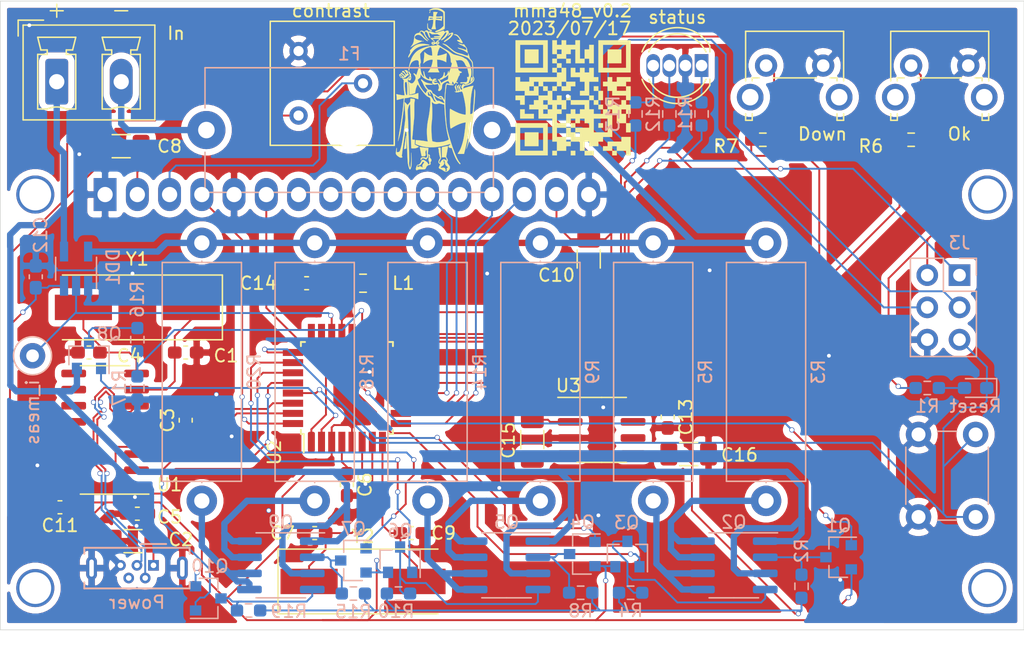
<source format=kicad_pcb>
(kicad_pcb (version 20171130) (host pcbnew "(5.1.7)-1")
  (title_block (title mma_48) (date 2023-07-17) (rev v0.2) (company piro.tex))
  (layers (0 F.Cu signal) (31 B.Cu signal) (34 B.Paste user) (35 F.Paste user) (36 B.SilkS user) (37 F.SilkS user) (38 B.Mask user) (39 F.Mask user) (44 Edge.Cuts user))
  (net 0 "")
  (net 1 GND)
  (net 2 "Net-(C1-Pad1)")
  (net 3 +5V)
  (net 4 "Net-(C3-Pad1)")
  (net 5 "Net-(C4-Pad1)")
  (net 6 /xtal_1)
  (net 7 /xtal_2)
  (net 8 "Net-(D1-Pad2)")
  (net 9 /reset)
  (net 10 "Net-(D2-Pad4)")
  (net 11 "Net-(D2-Pad3)")
  (net 12 "Net-(D2-Pad1)")
  (net 13 /v_sense_n)
  (net 14 /i_meas)
  (net 15 /usb+)
  (net 16 /usb-)
  (net 17 VDDA)
  (net 18 "Net-(Q1-Pad3)")
  (net 19 /tr_v_in)
  (net 20 "Net-(Q2-Pad7)")
  (net 21 "Net-(Q2-Pad5)")
  (net 22 /r_2)
  (net 23 /r_1)
  (net 24 /r_4)
  (net 25 /r_3)
  (net 26 /r_6)
  (net 27 /r_5)
  (net 28 /v_in)
  (net 29 /led_r)
  (net 30 /led_g)
  (net 31 /led_b)
  (net 32 "Net-(RV1-Pad2)")
  (net 33 "Net-(U1-Pad15)")
  (net 34 "Net-(U1-Pad14)")
  (net 35 "Net-(U1-Pad13)")
  (net 36 "Net-(U1-Pad12)")
  (net 37 "Net-(U1-Pad11)")
  (net 38 "Net-(U1-Pad10)")
  (net 39 "Net-(U1-Pad9)")
  (net 40 /uart_tx)
  (net 41 /uart_rx)
  (net 42 /lcd_rs)
  (net 43 "Net-(U2-Pad20)")
  (net 44 /lcd_db7)
  (net 45 /lcd_db6)
  (net 46 /lcd_db5)
  (net 47 /lcd_db4)
  (net 48 /lcd_en)
  (net 49 "Net-(U3-Pad7)")
  (net 50 /btn_ok)
  (net 51 /btn_down)
  (net 52 /i_in)
  (net 53 /i_out)
  (net 54 -5V)
  (net 55 "Net-(J2-Pad4)")
  (net 56 "Net-(Q2-Pad4)")
  (net 57 "Net-(Q4-Pad3)")
  (net 58 "Net-(Q5-Pad7)")
  (net 59 "Net-(Q5-Pad5)")
  (net 60 "Net-(Q5-Pad4)")
  (net 61 "Net-(Q7-Pad3)")
  (net 62 "Net-(Q8-Pad3)")
  (net 63 "Net-(Q9-Pad7)")
  (net 64 "Net-(Q9-Pad5)")
  (net 65 "Net-(Q10-Pad3)")
  (net 66 "Net-(U3-Pad6)")
  (net 67 "Net-(U3-Pad1)")
  (net 68 "Net-(U4-Pad10)")
  (net 69 "Net-(U4-Pad9)")
  (net 70 "Net-(U4-Pad8)")
  (net 71 "Net-(U4-Pad7)")
  (net 72 "Net-(C15-Pad2)")
  (net 73 "Net-(C15-Pad1)")
  (module mine:display_1602_nofootprint (layer F.Cu) (at 83.82 67.31)
    (fp_text reference U4 hide)
    (fp_text value RC1602A)
    (pad 1 thru_hole rect (at 0 0) (size 1.8 2.6) (drill 1.2) (layers *.Cu *.Mask) (net 1 GND))
    (pad 2 thru_hole oval (at 2.54 0) (size 1.8 2.6) (drill 1.2) (layers *.Cu *.Mask) (net 3 +5V))
    (pad 3 thru_hole oval (at 5.08 0) (size 1.8 2.6) (drill 1.2) (layers *.Cu *.Mask) (net 32 "Net-(RV1-Pad2)"))
    (pad 4 thru_hole oval (at 7.62 0) (size 1.8 2.6) (drill 1.2) (layers *.Cu *.Mask) (net 42 /lcd_rs))
    (pad 5 thru_hole oval (at 10.16 0) (size 1.8 2.6) (drill 1.2) (layers *.Cu *.Mask) (net 1 GND))
    (pad 6 thru_hole oval (at 12.7 0) (size 1.8 2.6) (drill 1.2) (layers *.Cu *.Mask) (net 48 /lcd_en))
    (pad 7 thru_hole oval (at 15.24 0) (size 1.8 2.6) (drill 1.2) (layers *.Cu *.Mask) (net 71 "Net-(U4-Pad7)"))
    (pad 8 thru_hole oval (at 17.78 0) (size 1.8 2.6) (drill 1.2) (layers *.Cu *.Mask) (net 70 "Net-(U4-Pad8)"))
    (pad 9 thru_hole oval (at 20.32 0) (size 1.8 2.6) (drill 1.2) (layers *.Cu *.Mask) (net 69 "Net-(U4-Pad9)"))
    (pad 10 thru_hole oval (at 22.86 0) (size 1.8 2.6) (drill 1.2) (layers *.Cu *.Mask) (net 68 "Net-(U4-Pad10)"))
    (pad 11 thru_hole oval (at 25.4 0) (size 1.8 2.6) (drill 1.2) (layers *.Cu *.Mask) (net 47 /lcd_db4))
    (pad 12 thru_hole oval (at 27.94 0) (size 1.8 2.6) (drill 1.2) (layers *.Cu *.Mask) (net 46 /lcd_db5))
    (pad 13 thru_hole oval (at 30.48 0) (size 1.8 2.6) (drill 1.2) (layers *.Cu *.Mask) (net 45 /lcd_db6))
    (pad 14 thru_hole oval (at 33.02 0) (size 1.8 2.6) (drill 1.2) (layers *.Cu *.Mask) (net 44 /lcd_db7))
    (pad 15 thru_hole oval (at 35.56 0) (size 1.8 2.6) (drill 1.2) (layers *.Cu *.Mask) (net 3 +5V))
    (pad 16 thru_hole oval (at 38.1 0) (size 1.8 2.6) (drill 1.2) (layers *.Cu *.Mask) (net 1 GND))
    (pad "" thru_hole circle (at -5.4991 0) (size 3 3) (drill 2.5) (layers *.Cu *.Mask))
    (pad "" thru_hole circle (at -5.4991 31.0007) (size 3 3) (drill 2.5) (layers *.Cu *.Mask))
    (pad "" thru_hole circle (at 69.49948 31.0007) (size 3 3) (drill 2.5) (layers *.Cu *.Mask))
    (pad "" thru_hole circle (at 69.5 0) (size 3 3) (drill 2.5) (layers *.Cu *.Mask))
  )
  (module Resistor_THT:R_Axial_DIN0617_L17.0mm_D6.0mm_P20.32mm_Horizontal (layer B.Cu) (at 100.33 91.44 90)
    (fp_text reference R18 (at 10.16 4.12 270) (layer B.SilkS) (effects (justify mirror)))
    (fp_text value 1R0)
    (pad 2 thru_hole oval (at 20.32 0 90) (size 2.4 2.4) (drill 1.2) (layers *.Cu *.Mask) (net 13 /v_sense_n))
    (pad 1 thru_hole circle (at 0 0 90) (size 2.4 2.4) (drill 1.2) (layers *.Cu *.Mask) (net 63 "Net-(Q9-Pad7)"))
  )
  (module Package_SO:SOIC-8_3.9x4.9mm_P1.27mm (layer B.Cu) (at 115.443 96.52 180)
    (fp_text reference Q5 (at 0 3.4) (layer B.SilkS) (effects (justify mirror)))
    (fp_text value IRF7324)
    (pad 8 smd roundrect (at 2.475 1.905 180) (size 1.95 0.6) (layers B.Cu B.Paste B.Mask) (net 58 "Net-(Q5-Pad7)"))
    (pad 7 smd roundrect (at 2.475 0.635 180) (size 1.95 0.6) (layers B.Cu B.Paste B.Mask) (net 58 "Net-(Q5-Pad7)"))
    (pad 6 smd roundrect (at 2.475 -0.635 180) (size 1.95 0.6) (layers B.Cu B.Paste B.Mask) (net 59 "Net-(Q5-Pad5)"))
    (pad 5 smd roundrect (at 2.475 -1.905 180) (size 1.95 0.6) (layers B.Cu B.Paste B.Mask) (net 59 "Net-(Q5-Pad5)"))
    (pad 4 smd roundrect (at -2.475 -1.905 180) (size 1.95 0.6) (layers B.Cu B.Paste B.Mask) (net 60 "Net-(Q5-Pad4)"))
    (pad 3 smd roundrect (at -2.475 -0.635 180) (size 1.95 0.6) (layers B.Cu B.Paste B.Mask) (net 52 /i_in))
    (pad 2 smd roundrect (at -2.475 0.635 180) (size 1.95 0.6) (layers B.Cu B.Paste B.Mask) (net 57 "Net-(Q4-Pad3)"))
    (pad 1 smd roundrect (at -2.475 1.905 180) (size 1.95 0.6) (layers B.Cu B.Paste B.Mask) (net 52 /i_in))
  )
  (module Capacitor_SMD:C_0603_1608Metric_Pad1.08x0.95mm_HandSolder (layer F.Cu) (at 128.143 84.836 270)
    (fp_text reference C13 (at 0 -1.43 90) (layer F.SilkS))
    (fp_text value 100n)
    (pad 2 smd roundrect (at 0.8625 0 270) (size 1.075 0.95) (layers F.Cu F.Paste F.Mask) (net 1 GND))
    (pad 1 smd roundrect (at -0.8625 0 270) (size 1.075 0.95) (layers F.Cu F.Paste F.Mask) (net 3 +5V))
  )
  (module Package_SO:SOIC-8_3.9x4.9mm_P1.27mm (layer F.Cu) (at 122.936 85.852)
    (fp_text reference U3 (at -2.6035 -3.4925) (layer F.SilkS))
    (fp_text value TC7660)
    (pad 8 smd roundrect (at 2.475 -1.905) (size 1.95 0.6) (layers F.Cu F.Paste F.Mask) (net 3 +5V))
    (pad 7 smd roundrect (at 2.475 -0.635) (size 1.95 0.6) (layers F.Cu F.Paste F.Mask) (net 49 "Net-(U3-Pad7)"))
    (pad 6 smd roundrect (at 2.475 0.635) (size 1.95 0.6) (layers F.Cu F.Paste F.Mask) (net 66 "Net-(U3-Pad6)"))
    (pad 5 smd roundrect (at 2.475 1.905) (size 1.95 0.6) (layers F.Cu F.Paste F.Mask) (net 54 -5V))
    (pad 4 smd roundrect (at -2.475 1.905) (size 1.95 0.6) (layers F.Cu F.Paste F.Mask) (net 72 "Net-(C15-Pad2)"))
    (pad 3 smd roundrect (at -2.475 0.635) (size 1.95 0.6) (layers F.Cu F.Paste F.Mask) (net 1 GND))
    (pad 2 smd roundrect (at -2.475 -0.635) (size 1.95 0.6) (layers F.Cu F.Paste F.Mask) (net 73 "Net-(C15-Pad1)"))
    (pad 1 smd roundrect (at -2.475 -1.905) (size 1.95 0.6) (layers F.Cu F.Paste F.Mask) (net 67 "Net-(U3-Pad1)"))
  )
  (module Resistor_SMD:R_0603_1608Metric_Pad0.98x0.95mm_HandSolder (layer B.Cu) (at 95.123 100.076)
    (fp_text reference R19 (at 3.175 0.0635) (layer B.SilkS) (effects (justify mirror)))
    (fp_text value 10k)
    (pad 2 smd roundrect (at 0.9125 0) (size 0.975 0.95) (layers B.Cu B.Paste B.Mask) (net 54 -5V))
    (pad 1 smd roundrect (at -0.9125 0) (size 0.975 0.95) (layers B.Cu B.Paste B.Mask) (net 65 "Net-(Q10-Pad3)"))
  )
  (module Resistor_SMD:R_0603_1608Metric_Pad0.98x0.95mm_HandSolder (layer B.Cu) (at 103.378 98.7425)
    (fp_text reference R15 (at 0 1.43) (layer B.SilkS) (effects (justify mirror)))
    (fp_text value 10k)
    (pad 2 smd roundrect (at 0.9125 0) (size 0.975 0.95) (layers B.Cu B.Paste B.Mask) (net 54 -5V))
    (pad 1 smd roundrect (at -0.9125 0) (size 0.975 0.95) (layers B.Cu B.Paste B.Mask) (net 61 "Net-(Q7-Pad3)"))
  )
  (module Resistor_SMD:R_0603_1608Metric_Pad0.98x0.95mm_HandSolder (layer B.Cu) (at 106.934 98.7425 180)
    (fp_text reference R10 (at 0.1905 -1.397) (layer B.SilkS) (effects (justify mirror)))
    (fp_text value 10k)
    (pad 2 smd roundrect (at 0.9125 0 180) (size 0.975 0.95) (layers B.Cu B.Paste B.Mask) (net 54 -5V))
    (pad 1 smd roundrect (at -0.9125 0 180) (size 0.975 0.95) (layers B.Cu B.Paste B.Mask) (net 60 "Net-(Q5-Pad4)"))
  )
  (module Resistor_SMD:R_0603_1608Metric_Pad0.98x0.95mm_HandSolder (layer B.Cu) (at 121.285 98.679)
    (fp_text reference R8 (at 0 1.43) (layer B.SilkS) (effects (justify mirror)))
    (fp_text value 10k)
    (pad 2 smd roundrect (at 0.9125 0) (size 0.975 0.95) (layers B.Cu B.Paste B.Mask) (net 54 -5V))
    (pad 1 smd roundrect (at -0.9125 0) (size 0.975 0.95) (layers B.Cu B.Paste B.Mask) (net 57 "Net-(Q4-Pad3)"))
  )
  (module Resistor_SMD:R_0603_1608Metric_Pad0.98x0.95mm_HandSolder (layer B.Cu) (at 125.222 98.679 180)
    (fp_text reference R4 (at 0 -1.397) (layer B.SilkS) (effects (justify mirror)))
    (fp_text value 10k)
    (pad 2 smd roundrect (at 0.9125 0 180) (size 0.975 0.95) (layers B.Cu B.Paste B.Mask) (net 54 -5V))
    (pad 1 smd roundrect (at -0.9125 0 180) (size 0.975 0.95) (layers B.Cu B.Paste B.Mask) (net 56 "Net-(Q2-Pad4)"))
  )
  (module Resistor_SMD:R_0603_1608Metric_Pad0.98x0.95mm_HandSolder (layer B.Cu) (at 138.684 98.171 270)
    (fp_text reference R2 (at -2.794 0 90) (layer B.SilkS) (effects (justify mirror)))
    (fp_text value 10k)
    (pad 2 smd roundrect (at 0.9125 0 270) (size 0.975 0.95) (layers B.Cu B.Paste B.Mask) (net 54 -5V))
    (pad 1 smd roundrect (at -0.9125 0 270) (size 0.975 0.95) (layers B.Cu B.Paste B.Mask) (net 18 "Net-(Q1-Pad3)"))
  )
  (module Package_TO_SOT_SMD:SOT-23 (layer B.Cu) (at 91.948 99.1235)
    (fp_text reference Q10 (at 0.127 -2.54) (layer B.SilkS) (effects (justify mirror)))
    (fp_text value AO3401A)
    (pad 3 smd rect (at 1 0) (size 0.9 0.8) (layers B.Cu B.Paste B.Mask) (net 65 "Net-(Q10-Pad3)"))
    (pad 2 smd rect (at -1 -0.95) (size 0.9 0.8) (layers B.Cu B.Paste B.Mask) (net 3 +5V))
    (pad 1 smd rect (at -1 0.95) (size 0.9 0.8) (layers B.Cu B.Paste B.Mask) (net 26 /r_6))
  )
  (module Package_SO:SOIC-8_3.9x4.9mm_P1.27mm (layer B.Cu) (at 97.663 96.52 180)
    (fp_text reference Q9 (at 0 3.4) (layer B.SilkS) (effects (justify mirror)))
    (fp_text value IRF7324)
    (pad 8 smd roundrect (at 2.475 1.905 180) (size 1.95 0.6) (layers B.Cu B.Paste B.Mask) (net 63 "Net-(Q9-Pad7)"))
    (pad 7 smd roundrect (at 2.475 0.635 180) (size 1.95 0.6) (layers B.Cu B.Paste B.Mask) (net 63 "Net-(Q9-Pad7)"))
    (pad 6 smd roundrect (at 2.475 -0.635 180) (size 1.95 0.6) (layers B.Cu B.Paste B.Mask) (net 64 "Net-(Q9-Pad5)"))
    (pad 5 smd roundrect (at 2.475 -1.905 180) (size 1.95 0.6) (layers B.Cu B.Paste B.Mask) (net 64 "Net-(Q9-Pad5)"))
    (pad 4 smd roundrect (at -2.475 -1.905 180) (size 1.95 0.6) (layers B.Cu B.Paste B.Mask) (net 65 "Net-(Q10-Pad3)"))
    (pad 3 smd roundrect (at -2.475 -0.635 180) (size 1.95 0.6) (layers B.Cu B.Paste B.Mask) (net 52 /i_in))
    (pad 2 smd roundrect (at -2.475 0.635 180) (size 1.95 0.6) (layers B.Cu B.Paste B.Mask) (net 61 "Net-(Q7-Pad3)"))
    (pad 1 smd roundrect (at -2.475 1.905 180) (size 1.95 0.6) (layers B.Cu B.Paste B.Mask) (net 52 /i_in))
  )
  (module Package_TO_SOT_SMD:SOT-23 (layer B.Cu) (at 103.378 96.139 180)
    (fp_text reference Q7 (at 0 2.5) (layer B.SilkS) (effects (justify mirror)))
    (fp_text value AO3401A)
    (pad 3 smd rect (at 1 0 180) (size 0.9 0.8) (layers B.Cu B.Paste B.Mask) (net 61 "Net-(Q7-Pad3)"))
    (pad 2 smd rect (at -1 -0.95 180) (size 0.9 0.8) (layers B.Cu B.Paste B.Mask) (net 3 +5V))
    (pad 1 smd rect (at -1 0.95 180) (size 0.9 0.8) (layers B.Cu B.Paste B.Mask) (net 27 /r_5))
  )
  (module Package_TO_SOT_SMD:SOT-23 (layer B.Cu) (at 107.061 96.0755 90)
    (fp_text reference Q6 (at 2.286 0 180) (layer B.SilkS) (effects (justify mirror)))
    (fp_text value AO3401A)
    (pad 3 smd rect (at 1 0 90) (size 0.9 0.8) (layers B.Cu B.Paste B.Mask) (net 60 "Net-(Q5-Pad4)"))
    (pad 2 smd rect (at -1 -0.95 90) (size 0.9 0.8) (layers B.Cu B.Paste B.Mask) (net 3 +5V))
    (pad 1 smd rect (at -1 0.95 90) (size 0.9 0.8) (layers B.Cu B.Paste B.Mask) (net 24 /r_4))
  )
  (module Package_TO_SOT_SMD:SOT-23 (layer B.Cu) (at 121.412 95.631 180)
    (fp_text reference Q4 (at 0 2.5) (layer B.SilkS) (effects (justify mirror)))
    (fp_text value AO3401A)
    (pad 3 smd rect (at 1 0 180) (size 0.9 0.8) (layers B.Cu B.Paste B.Mask) (net 57 "Net-(Q4-Pad3)"))
    (pad 2 smd rect (at -1 -0.95 180) (size 0.9 0.8) (layers B.Cu B.Paste B.Mask) (net 3 +5V))
    (pad 1 smd rect (at -1 0.95 180) (size 0.9 0.8) (layers B.Cu B.Paste B.Mask) (net 25 /r_3))
  )
  (module Package_TO_SOT_SMD:SOT-23 (layer B.Cu) (at 124.968 95.631 90)
    (fp_text reference Q3 (at 2.4765 -0.0635 180) (layer B.SilkS) (effects (justify mirror)))
    (fp_text value AO3401A)
    (pad 3 smd rect (at 1 0 90) (size 0.9 0.8) (layers B.Cu B.Paste B.Mask) (net 56 "Net-(Q2-Pad4)"))
    (pad 2 smd rect (at -1 -0.95 90) (size 0.9 0.8) (layers B.Cu B.Paste B.Mask) (net 3 +5V))
    (pad 1 smd rect (at -1 0.95 90) (size 0.9 0.8) (layers B.Cu B.Paste B.Mask) (net 22 /r_2))
  )
  (module Package_SO:SOIC-8_3.9x4.9mm_P1.27mm (layer B.Cu) (at 133.35 96.52 180)
    (fp_text reference Q2 (at 0 3.4) (layer B.SilkS) (effects (justify mirror)))
    (fp_text value IRF7324)
    (pad 8 smd roundrect (at 2.475 1.905 180) (size 1.95 0.6) (layers B.Cu B.Paste B.Mask) (net 20 "Net-(Q2-Pad7)"))
    (pad 7 smd roundrect (at 2.475 0.635 180) (size 1.95 0.6) (layers B.Cu B.Paste B.Mask) (net 20 "Net-(Q2-Pad7)"))
    (pad 6 smd roundrect (at 2.475 -0.635 180) (size 1.95 0.6) (layers B.Cu B.Paste B.Mask) (net 21 "Net-(Q2-Pad5)"))
    (pad 5 smd roundrect (at 2.475 -1.905 180) (size 1.95 0.6) (layers B.Cu B.Paste B.Mask) (net 21 "Net-(Q2-Pad5)"))
    (pad 4 smd roundrect (at -2.475 -1.905 180) (size 1.95 0.6) (layers B.Cu B.Paste B.Mask) (net 56 "Net-(Q2-Pad4)"))
    (pad 3 smd roundrect (at -2.475 -0.635 180) (size 1.95 0.6) (layers B.Cu B.Paste B.Mask) (net 52 /i_in))
    (pad 2 smd roundrect (at -2.475 0.635 180) (size 1.95 0.6) (layers B.Cu B.Paste B.Mask) (net 18 "Net-(Q1-Pad3)"))
    (pad 1 smd roundrect (at -2.475 1.905 180) (size 1.95 0.6) (layers B.Cu B.Paste B.Mask) (net 52 /i_in))
  )
  (module Package_TO_SOT_SMD:SOT-23 (layer B.Cu) (at 141.605 95.885 180)
    (fp_text reference Q1 (at 0 2.5) (layer B.SilkS) (effects (justify mirror)))
    (fp_text value AO3401A)
    (pad 3 smd rect (at 1 0 180) (size 0.9 0.8) (layers B.Cu B.Paste B.Mask) (net 18 "Net-(Q1-Pad3)"))
    (pad 2 smd rect (at -1 -0.95 180) (size 0.9 0.8) (layers B.Cu B.Paste B.Mask) (net 3 +5V))
    (pad 1 smd rect (at -1 0.95 180) (size 0.9 0.8) (layers B.Cu B.Paste B.Mask) (net 23 /r_1))
  )
  (module Capacitor_SMD:C_1206_3216Metric_Pad1.33x1.80mm_HandSolder (layer F.Cu) (at 129.794 87.757)
    (fp_text reference C16 (at 4.0005 0.0635) (layer F.SilkS))
    (fp_text value 10u)
    (pad 2 smd roundrect (at 1.5625 0) (size 1.325 1.8) (layers F.Cu F.Paste F.Mask) (roundrect_rratio 0.188679) (net 1 GND))
    (pad 1 smd roundrect (at -1.5625 0) (size 1.325 1.8) (layers F.Cu F.Paste F.Mask) (roundrect_rratio 0.188679) (net 54 -5V))
  )
  (module Capacitor_SMD:C_1206_3216Metric_Pad1.33x1.80mm_HandSolder (layer F.Cu) (at 117.475 86.614 270)
    (fp_text reference C15 (at 0.0635 1.905 90) (layer F.SilkS))
    (fp_text value 10u)
    (pad 2 smd roundrect (at 1.5625 0 270) (size 1.325 1.8) (layers F.Cu F.Paste F.Mask) (roundrect_rratio 0.188679) (net 72 "Net-(C15-Pad2)"))
    (pad 1 smd roundrect (at -1.5625 0 270) (size 1.325 1.8) (layers F.Cu F.Paste F.Mask) (roundrect_rratio 0.188679) (net 73 "Net-(C15-Pad1)"))
  )
  (module Package_TO_SOT_SMD:SOT-23 (layer B.Cu) (at 82.55 80.01 90)
    (fp_text reference Q8 (at 1.7145 1.5875 180) (layer B.SilkS) (effects (justify mirror)))
    (fp_text value AO3401A)
    (pad 3 smd rect (at 1 0 90) (size 0.9 0.8) (layers B.Cu B.Paste B.Mask) (net 62 "Net-(Q8-Pad3)"))
    (pad 2 smd rect (at -1 -0.95 90) (size 0.9 0.8) (layers B.Cu B.Paste B.Mask) (net 52 /i_in))
    (pad 1 smd rect (at -1 0.95 90) (size 0.9 0.8) (layers B.Cu B.Paste B.Mask) (net 19 /tr_v_in))
  )
  (module mine:knight_10x13mm (layer F.Cu) (at 109.855 59.055)
    (fp_text reference G*** hide)
    (fp_text value LOGO hide)
  )
  (module mine:qr_code_front_10mm (layer F.Cu) (at 120.65 59.69)
    (fp_text reference G*** hide)
    (fp_text value LOGO hide)
  )
  (module Package_TO_SOT_SMD:SOT-23-5_HandSoldering (layer B.Cu) (at 81.534 73.152 90)
    (fp_text reference DD1 (at 0.127 2.921 90) (layer B.SilkS) (effects (justify mirror)))
    (fp_text value MAX4372T)
    (pad 5 smd rect (at 1.35 0.95 90) (size 1.56 0.65) (layers B.Cu B.Paste B.Mask) (net 13 /v_sense_n))
    (pad 4 smd rect (at 1.35 -0.95 90) (size 1.56 0.65) (layers B.Cu B.Paste B.Mask) (net 52 /i_in))
    (pad 3 smd rect (at -1.35 -0.95 90) (size 1.56 0.65) (layers B.Cu B.Paste B.Mask) (net 3 +5V))
    (pad 2 smd rect (at -1.35 0 90) (size 1.56 0.65) (layers B.Cu B.Paste B.Mask) (net 14 /i_meas))
    (pad 1 smd rect (at -1.35 0.95 90) (size 1.56 0.65) (layers B.Cu B.Paste B.Mask) (net 1 GND))
  )
  (module Resistor_SMD:R_0603_1608Metric_Pad0.98x0.95mm_HandSolder (layer F.Cu) (at 135.636 62.992 180)
    (fp_text reference R7 (at 2.921 -0.508) (layer F.SilkS))
    (fp_text value 10k)
    (pad 2 smd roundrect (at 0.9125 0 180) (size 0.975 0.95) (layers F.Cu F.Paste F.Mask) (net 51 /btn_down))
    (pad 1 smd roundrect (at -0.9125 0 180) (size 0.975 0.95) (layers F.Cu F.Paste F.Mask) (net 3 +5V))
  )
  (module Resistor_SMD:R_0603_1608Metric_Pad0.98x0.95mm_HandSolder (layer F.Cu) (at 147.32 62.992 180)
    (fp_text reference R6 (at 3.175 -0.508) (layer F.SilkS))
    (fp_text value 10k)
    (pad 2 smd roundrect (at 0.9125 0 180) (size 0.975 0.95) (layers F.Cu F.Paste F.Mask) (net 50 /btn_ok))
    (pad 1 smd roundrect (at -0.9125 0 180) (size 0.975 0.95) (layers F.Cu F.Paste F.Mask) (net 3 +5V))
  )
  (module Crystal:Crystal_SMD_HC49-SD (layer F.Cu) (at 104.14 97.79)
    (fp_text reference Y2 (at 0 -3.55) (layer F.SilkS))
    (fp_text value 14.7456MHz)
    (pad 2 smd rect (at 4.25 0) (size 4.5 2) (layers F.Cu F.Paste F.Mask) (net 7 /xtal_2))
    (pad 1 smd rect (at -4.25 0) (size 4.5 2) (layers F.Cu F.Paste F.Mask) (net 6 /xtal_1))
  )
  (module Crystal:Crystal_SMD_HC49-SD (layer F.Cu) (at 86.36 76.2 180)
    (fp_text reference Y1 (at 0 3.81) (layer F.SilkS))
    (fp_text value 12MHz)
    (pad 2 smd rect (at 4.25 0 180) (size 4.5 2) (layers F.Cu F.Paste F.Mask) (net 5 "Net-(C4-Pad1)"))
    (pad 1 smd rect (at -4.25 0 180) (size 4.5 2) (layers F.Cu F.Paste F.Mask) (net 2 "Net-(C1-Pad1)"))
  )
  (module Connector_PinHeader_2.54mm:PinHeader_2x03_P2.54mm_Vertical (layer B.Cu) (at 151.13 73.66 180)
    (fp_text reference J3 (at 0 2.54) (layer B.SilkS) (effects (justify mirror)))
    (fp_text value Prog)
    (pad 6 thru_hole oval (at 2.54 -5.08 180) (size 1.7 1.7) (drill 1) (layers *.Cu *.Mask) (net 1 GND))
    (pad 5 thru_hole oval (at 0 -5.08 180) (size 1.7 1.7) (drill 1) (layers *.Cu *.Mask) (net 9 /reset))
    (pad 4 thru_hole oval (at 2.54 -2.54 180) (size 1.7 1.7) (drill 1) (layers *.Cu *.Mask) (net 29 /led_r))
    (pad 3 thru_hole oval (at 0 -2.54 180) (size 1.7 1.7) (drill 1) (layers *.Cu *.Mask) (net 31 /led_b))
    (pad 2 thru_hole oval (at 2.54 0 180) (size 1.7 1.7) (drill 1) (layers *.Cu *.Mask) (net 3 +5V))
    (pad 1 thru_hole rect (at 0 0 180) (size 1.7 1.7) (drill 1) (layers *.Cu *.Mask) (net 30 /led_g))
  )
  (module Connector_USB:USB_Micro-B_Wuerth_614105150721_Vertical (layer B.Cu) (at 87.63 96.52 180)
    (fp_text reference J2)
    (fp_text value Power (at 1.3 -2.92) (layer B.SilkS) (effects (justify mirror)))
    (pad 6 thru_hole oval (at 4.875 -0.22 180) (size 0.85 1.85) (drill oval 0.35 1.35) (layers *.Cu *.Mask) (net 1 GND))
    (pad 6 thru_hole oval (at -2.275 -0.22 180) (size 0.85 1.85) (drill oval 0.35 1.35) (layers *.Cu *.Mask) (net 1 GND))
    (pad 5 thru_hole circle (at 2.6 0 180) (size 0.84 0.84) (drill 0.44) (layers *.Cu *.Mask) (net 1 GND))
    (pad 4 thru_hole circle (at 1.95 -1 180) (size 0.84 0.84) (drill 0.44) (layers *.Cu *.Mask) (net 55 "Net-(J2-Pad4)"))
    (pad 3 thru_hole circle (at 1.3 0 180) (size 0.84 0.84) (drill 0.44) (layers *.Cu *.Mask) (net 15 /usb+))
    (pad 2 thru_hole circle (at 0.65 -1 180) (size 0.84 0.84) (drill 0.44) (layers *.Cu *.Mask) (net 16 /usb-))
    (pad 1 thru_hole rect (at 0 0 180) (size 0.84 0.84) (drill 0.44) (layers *.Cu *.Mask) (net 3 +5V))
  )
  (module Capacitor_SMD:C_1206_3216Metric_Pad1.33x1.80mm_HandSolder (layer F.Cu) (at 121.92 72.39 270)
    (fp_text reference C10 (at 1.27 2.54 180) (layer F.SilkS))
    (fp_text value 4.7u)
    (pad 2 smd roundrect (at 1.5625 0 270) (size 1.325 1.8) (layers F.Cu F.Paste F.Mask) (roundrect_rratio 0.1886784905660377) (net 1 GND))
    (pad 1 smd roundrect (at -1.5625 0 270) (size 1.325 1.8) (layers F.Cu F.Paste F.Mask) (roundrect_rratio 0.1886784905660377) (net 3 +5V))
  )
  (module Button_Switch_THT:SW_Tactile_SPST_Angled_PTS645Vx39-2LFS (layer F.Cu) (at 147.32 57.15)
    (fp_text reference SW3)
    (fp_text value Ok (at 3.81 5.38988) (layer F.SilkS))
    (pad "" thru_hole circle (at -1.25 2.49) (size 2.1 2.1) (drill 1.3) (layers *.Cu *.Mask))
    (pad 1 thru_hole circle (at 0 0) (size 1.75 1.75) (drill 0.99) (layers *.Cu *.Mask) (net 50 /btn_ok))
    (pad 2 thru_hole circle (at 4.5 0) (size 1.75 1.75) (drill 0.99) (layers *.Cu *.Mask) (net 1 GND))
    (pad "" thru_hole circle (at 5.76 2.49) (size 2.1 2.1) (drill 1.3) (layers *.Cu *.Mask))
  )
  (module Button_Switch_THT:SW_Tactile_SPST_Angled_PTS645Vx39-2LFS (layer F.Cu) (at 135.89 57.15)
    (fp_text reference SW2)
    (fp_text value Down (at 4.445 5.38988) (layer F.SilkS))
    (pad "" thru_hole circle (at -1.25 2.49) (size 2.1 2.1) (drill 1.3) (layers *.Cu *.Mask))
    (pad 1 thru_hole circle (at 0 0) (size 1.75 1.75) (drill 0.99) (layers *.Cu *.Mask) (net 51 /btn_down))
    (pad 2 thru_hole circle (at 4.5 0) (size 1.75 1.75) (drill 0.99) (layers *.Cu *.Mask) (net 1 GND))
    (pad "" thru_hole circle (at 5.76 2.49) (size 2.1 2.1) (drill 1.3) (layers *.Cu *.Mask))
  )
  (module Package_QFP:TQFP-32_7x7mm_P0.8mm (layer F.Cu) (at 102.87 82.55 90)
    (fp_text reference U2 (at -5.08 -5.715 90) (layer F.SilkS))
    (fp_text value ATmega48-20AU)
    (pad 32 smd rect (at -2.8 -4.25 180) (size 1.6 0.55) (layers F.Cu F.Paste F.Mask) (net 42 /lcd_rs))
    (pad 31 smd rect (at -2 -4.25 180) (size 1.6 0.55) (layers F.Cu F.Paste F.Mask) (net 40 /uart_tx))
    (pad 30 smd rect (at -1.2 -4.25 180) (size 1.6 0.55) (layers F.Cu F.Paste F.Mask) (net 41 /uart_rx))
    (pad 29 smd rect (at -0.4 -4.25 180) (size 1.6 0.55) (layers F.Cu F.Paste F.Mask) (net 9 /reset))
    (pad 28 smd rect (at 0.4 -4.25 180) (size 1.6 0.55) (layers F.Cu F.Paste F.Mask) (net 26 /r_6))
    (pad 27 smd rect (at 1.2 -4.25 180) (size 1.6 0.55) (layers F.Cu F.Paste F.Mask) (net 27 /r_5))
    (pad 26 smd rect (at 2 -4.25 180) (size 1.6 0.55) (layers F.Cu F.Paste F.Mask) (net 24 /r_4))
    (pad 25 smd rect (at 2.8 -4.25 180) (size 1.6 0.55) (layers F.Cu F.Paste F.Mask) (net 25 /r_3))
    (pad 24 smd rect (at 4.25 -2.8 90) (size 1.6 0.55) (layers F.Cu F.Paste F.Mask) (net 22 /r_2))
    (pad 23 smd rect (at 4.25 -2 90) (size 1.6 0.55) (layers F.Cu F.Paste F.Mask) (net 23 /r_1))
    (pad 22 smd rect (at 4.25 -1.2 90) (size 1.6 0.55) (layers F.Cu F.Paste F.Mask) (net 14 /i_meas))
    (pad 21 smd rect (at 4.25 -0.4 90) (size 1.6 0.55) (layers F.Cu F.Paste F.Mask) (net 1 GND))
    (pad 20 smd rect (at 4.25 0.4 90) (size 1.6 0.55) (layers F.Cu F.Paste F.Mask) (net 43 "Net-(U2-Pad20)"))
    (pad 19 smd rect (at 4.25 1.2 90) (size 1.6 0.55) (layers F.Cu F.Paste F.Mask) (net 28 /v_in))
    (pad 18 smd rect (at 4.25 2 90) (size 1.6 0.55) (layers F.Cu F.Paste F.Mask) (net 17 VDDA))
    (pad 17 smd rect (at 4.25 2.8 90) (size 1.6 0.55) (layers F.Cu F.Paste F.Mask) (net 31 /led_b))
    (pad 16 smd rect (at 2.8 4.25 180) (size 1.6 0.55) (layers F.Cu F.Paste F.Mask) (net 30 /led_g))
    (pad 15 smd rect (at 2 4.25 180) (size 1.6 0.55) (layers F.Cu F.Paste F.Mask) (net 29 /led_r))
    (pad 14 smd rect (at 1.2 4.25 180) (size 1.6 0.55) (layers F.Cu F.Paste F.Mask) (net 51 /btn_down))
    (pad 13 smd rect (at 0.4 4.25 180) (size 1.6 0.55) (layers F.Cu F.Paste F.Mask) (net 50 /btn_ok))
    (pad 12 smd rect (at -0.4 4.25 180) (size 1.6 0.55) (layers F.Cu F.Paste F.Mask) (net 47 /lcd_db4))
    (pad 11 smd rect (at -1.2 4.25 180) (size 1.6 0.55) (layers F.Cu F.Paste F.Mask) (net 46 /lcd_db5))
    (pad 10 smd rect (at -2 4.25 180) (size 1.6 0.55) (layers F.Cu F.Paste F.Mask) (net 45 /lcd_db6))
    (pad 9 smd rect (at -2.8 4.25 180) (size 1.6 0.55) (layers F.Cu F.Paste F.Mask) (net 44 /lcd_db7))
    (pad 8 smd rect (at -4.25 2.8 90) (size 1.6 0.55) (layers F.Cu F.Paste F.Mask) (net 7 /xtal_2))
    (pad 7 smd rect (at -4.25 2 90) (size 1.6 0.55) (layers F.Cu F.Paste F.Mask) (net 6 /xtal_1))
    (pad 6 smd rect (at -4.25 1.2 90) (size 1.6 0.55) (layers F.Cu F.Paste F.Mask) (net 3 +5V))
    (pad 5 smd rect (at -4.25 0.4 90) (size 1.6 0.55) (layers F.Cu F.Paste F.Mask) (net 1 GND))
    (pad 4 smd rect (at -4.25 -0.4 90) (size 1.6 0.55) (layers F.Cu F.Paste F.Mask) (net 3 +5V))
    (pad 3 smd rect (at -4.25 -1.2 90) (size 1.6 0.55) (layers F.Cu F.Paste F.Mask) (net 1 GND))
    (pad 2 smd rect (at -4.25 -2 90) (size 1.6 0.55) (layers F.Cu F.Paste F.Mask) (net 19 /tr_v_in))
    (pad 1 smd roundrect (at -4.25 -2.8 90) (size 1.6 0.55) (layers F.Cu F.Paste F.Mask) (net 48 /lcd_en))
  )
  (module Package_SO:SOIC-16_3.9x9.9mm_P1.27mm (layer F.Cu) (at 83.82 85.852 180)
    (fp_text reference U1 (at -5.08 -4.318 180) (layer F.SilkS))
    (fp_text value CH340G)
    (pad 16 smd roundrect (at 2.475 -4.445 180) (size 1.95 0.6) (layers F.Cu F.Paste F.Mask) (net 3 +5V))
    (pad 15 smd roundrect (at 2.475 -3.175 180) (size 1.95 0.6) (layers F.Cu F.Paste F.Mask) (net 33 "Net-(U1-Pad15)"))
    (pad 14 smd roundrect (at 2.475 -1.905 180) (size 1.95 0.6) (layers F.Cu F.Paste F.Mask) (net 34 "Net-(U1-Pad14)"))
    (pad 13 smd roundrect (at 2.475 -0.635 180) (size 1.95 0.6) (layers F.Cu F.Paste F.Mask) (net 35 "Net-(U1-Pad13)"))
    (pad 12 smd roundrect (at 2.475 0.635 180) (size 1.95 0.6) (layers F.Cu F.Paste F.Mask) (net 36 "Net-(U1-Pad12)"))
    (pad 11 smd roundrect (at 2.475 1.905 180) (size 1.95 0.6) (layers F.Cu F.Paste F.Mask) (net 37 "Net-(U1-Pad11)"))
    (pad 10 smd roundrect (at 2.475 3.175 180) (size 1.95 0.6) (layers F.Cu F.Paste F.Mask) (net 38 "Net-(U1-Pad10)"))
    (pad 9 smd roundrect (at 2.475 4.445 180) (size 1.95 0.6) (layers F.Cu F.Paste F.Mask) (net 39 "Net-(U1-Pad9)"))
    (pad 8 smd roundrect (at -2.475 4.445 180) (size 1.95 0.6) (layers F.Cu F.Paste F.Mask) (net 5 "Net-(C4-Pad1)"))
    (pad 7 smd roundrect (at -2.475 3.175 180) (size 1.95 0.6) (layers F.Cu F.Paste F.Mask) (net 2 "Net-(C1-Pad1)"))
    (pad 6 smd roundrect (at -2.475 1.905 180) (size 1.95 0.6) (layers F.Cu F.Paste F.Mask) (net 16 /usb-))
    (pad 5 smd roundrect (at -2.475 0.635 180) (size 1.95 0.6) (layers F.Cu F.Paste F.Mask) (net 15 /usb+))
    (pad 4 smd roundrect (at -2.475 -0.635 180) (size 1.95 0.6) (layers F.Cu F.Paste F.Mask) (net 4 "Net-(C3-Pad1)"))
    (pad 3 smd roundrect (at -2.475 -1.905 180) (size 1.95 0.6) (layers F.Cu F.Paste F.Mask) (net 40 /uart_tx))
    (pad 2 smd roundrect (at -2.475 -3.175 180) (size 1.95 0.6) (layers F.Cu F.Paste F.Mask) (net 41 /uart_rx))
    (pad 1 smd rect (at -2.475 -4.445 180) (size 1.95 0.6) (layers F.Cu F.Paste F.Mask) (net 1 GND))
  )
  (module TestPoint:TestPoint_Loop_D1.80mm_Drill1.0mm_Beaded (layer B.Cu) (at 78.105 80.01 180)
    (fp_text reference TP1)
    (fp_text value i_meas (at 0 -4.445 90) (layer B.SilkS) (effects (justify mirror)))
    (pad 1 thru_hole circle (at 0 0 180) (size 2 2) (drill 1) (layers *.Cu *.Mask) (net 14 /i_meas))
  )
  (module Button_Switch_THT:SW_PUSH_6mm (layer B.Cu) (at 152.4 92.71 90)
    (fp_text reference SW1 hide)
    (fp_text value Reset)
    (pad 1 thru_hole circle (at 6.5 0) (size 2 2) (drill 1.1) (layers *.Cu *.Mask) (net 9 /reset))
    (pad 2 thru_hole circle (at 6.5 -4.5) (size 2 2) (drill 1.1) (layers *.Cu *.Mask) (net 1 GND))
    (pad 1 thru_hole circle (at 0 0) (size 2 2) (drill 1.1) (layers *.Cu *.Mask) (net 9 /reset))
    (pad 2 thru_hole circle (at 0 -4.5) (size 2 2) (drill 1.1) (layers *.Cu *.Mask) (net 1 GND))
  )
  (module Potentiometer_THT:Potentiometer_Bourns_3386F_Vertical (layer F.Cu) (at 99.06 61.087)
    (fp_text reference RV1 hide)
    (fp_text value 10k)
    (pad 1 thru_hole circle (at 0 0) (size 1.44 1.44) (drill 0.8) (layers *.Cu *.Mask) (net 3 +5V))
    (pad 2 thru_hole circle (at 5.08 -2.54) (size 1.44 1.44) (drill 0.8) (layers *.Cu *.Mask) (net 32 "Net-(RV1-Pad2)"))
    (pad 3 thru_hole circle (at 0 -5.08) (size 1.44 1.44) (drill 0.8) (layers *.Cu *.Mask) (net 1 GND))
  )
  (module Resistor_THT:R_Axial_DIN0617_L17.0mm_D6.0mm_P20.32mm_Horizontal (layer B.Cu) (at 91.44 91.44 90)
    (fp_text reference R20 (at 10.16 4.12 270) (layer B.SilkS) (effects (justify mirror)))
    (fp_text value 0R1)
    (pad 2 thru_hole oval (at 20.32 0 90) (size 2.4 2.4) (drill 1.2) (layers *.Cu *.Mask) (net 13 /v_sense_n))
    (pad 1 thru_hole circle (at 0 0 90) (size 2.4 2.4) (drill 1.2) (layers *.Cu *.Mask) (net 64 "Net-(Q9-Pad5)"))
  )
  (module Resistor_SMD:R_0603_1608Metric_Pad0.98x0.95mm_HandSolder (layer B.Cu) (at 125.603 60.96 90)
    (fp_text reference R13 (at 0 -1.778 90) (layer B.SilkS) (effects (justify mirror)))
    (fp_text value 510)
    (pad 2 smd roundrect (at 0.9125 0 90) (size 0.975 0.95) (layers B.Cu B.Paste B.Mask) (net 10 "Net-(D2-Pad4)"))
    (pad 1 smd roundrect (at -0.9125 0 90) (size 0.975 0.95) (layers B.Cu B.Paste B.Mask) (net 31 /led_b))
  )
  (module Resistor_SMD:R_0603_1608Metric_Pad0.98x0.95mm_HandSolder (layer B.Cu) (at 128.27 60.96 90)
    (fp_text reference R12 (at 0 -1.27 90) (layer B.SilkS) (effects (justify mirror)))
    (fp_text value 560)
    (pad 2 smd roundrect (at 0.9125 0 90) (size 0.975 0.95) (layers B.Cu B.Paste B.Mask) (net 11 "Net-(D2-Pad3)"))
    (pad 1 smd roundrect (at -0.9125 0 90) (size 0.975 0.95) (layers B.Cu B.Paste B.Mask) (net 30 /led_g))
  )
  (module Resistor_THT:R_Axial_DIN0617_L17.0mm_D6.0mm_P20.32mm_Horizontal (layer B.Cu) (at 109.22 91.44 90)
    (fp_text reference R14 (at 10.16 4.12 270) (layer B.SilkS) (effects (justify mirror)))
    (fp_text value 10R)
    (pad 2 thru_hole oval (at 20.32 0 90) (size 2.4 2.4) (drill 1.2) (layers *.Cu *.Mask) (net 13 /v_sense_n))
    (pad 1 thru_hole circle (at 0 0 90) (size 2.4 2.4) (drill 1.2) (layers *.Cu *.Mask) (net 59 "Net-(Q5-Pad5)"))
  )
  (module Resistor_SMD:R_0603_1608Metric_Pad0.98x0.95mm_HandSolder (layer B.Cu) (at 130.81 60.96 90)
    (fp_text reference R11 (at 0 -1.27 90) (layer B.SilkS) (effects (justify mirror)))
    (fp_text value 620)
    (pad 2 smd roundrect (at 0.9125 0 90) (size 0.975 0.95) (layers B.Cu B.Paste B.Mask) (net 12 "Net-(D2-Pad1)"))
    (pad 1 smd roundrect (at -0.9125 0 90) (size 0.975 0.95) (layers B.Cu B.Paste B.Mask) (net 29 /led_r))
  )
  (module Resistor_THT:R_Axial_DIN0617_L17.0mm_D6.0mm_P20.32mm_Horizontal (layer B.Cu) (at 118.11 91.44 90)
    (fp_text reference R9 (at 10.16 4.12 270) (layer B.SilkS) (effects (justify mirror)))
    (fp_text value 100)
    (pad 2 thru_hole oval (at 20.32 0 90) (size 2.4 2.4) (drill 1.2) (layers *.Cu *.Mask) (net 13 /v_sense_n))
    (pad 1 thru_hole circle (at 0 0 90) (size 2.4 2.4) (drill 1.2) (layers *.Cu *.Mask) (net 58 "Net-(Q5-Pad7)"))
  )
  (module Resistor_THT:R_Axial_DIN0617_L17.0mm_D6.0mm_P20.32mm_Horizontal (layer B.Cu) (at 127 91.44 90)
    (fp_text reference R5 (at 10.16 4.12 270) (layer B.SilkS) (effects (justify mirror)))
    (fp_text value 1k)
    (pad 2 thru_hole oval (at 20.32 0 90) (size 2.4 2.4) (drill 1.2) (layers *.Cu *.Mask) (net 13 /v_sense_n))
    (pad 1 thru_hole circle (at 0 0 90) (size 2.4 2.4) (drill 1.2) (layers *.Cu *.Mask) (net 21 "Net-(Q2-Pad5)"))
  )
  (module Resistor_THT:R_Axial_DIN0617_L17.0mm_D6.0mm_P20.32mm_Horizontal (layer B.Cu) (at 135.89 91.44 90)
    (fp_text reference R3 (at 10.16 4.12 270) (layer B.SilkS) (effects (justify mirror)))
    (fp_text value 10k)
    (pad 2 thru_hole oval (at 20.32 0 90) (size 2.4 2.4) (drill 1.2) (layers *.Cu *.Mask) (net 13 /v_sense_n))
    (pad 1 thru_hole circle (at 0 0 90) (size 2.4 2.4) (drill 1.2) (layers *.Cu *.Mask) (net 20 "Net-(Q2-Pad7)"))
  )
  (module Resistor_SMD:R_0603_1608Metric_Pad0.98x0.95mm_HandSolder (layer B.Cu) (at 86.36 82.55 270)
    (fp_text reference R17 (at 0 1.43 90) (layer B.SilkS) (effects (justify mirror)))
    (fp_text value 180)
    (pad 2 smd roundrect (at 0.9125 0 270) (size 0.975 0.95) (layers B.Cu B.Paste B.Mask) (net 1 GND))
    (pad 1 smd roundrect (at -0.9125 0 270) (size 0.975 0.95) (layers B.Cu B.Paste B.Mask) (net 28 /v_in))
  )
  (module Resistor_SMD:R_0603_1608Metric_Pad0.98x0.95mm_HandSolder (layer B.Cu) (at 86.36 78.74 270)
    (fp_text reference R16 (at -3.175 0 90) (layer B.SilkS) (effects (justify mirror)))
    (fp_text value 1k)
    (pad 2 smd roundrect (at 0.9125 0 270) (size 0.975 0.95) (layers B.Cu B.Paste B.Mask) (net 28 /v_in))
    (pad 1 smd roundrect (at -0.9125 0 270) (size 0.975 0.95) (layers B.Cu B.Paste B.Mask) (net 62 "Net-(Q8-Pad3)"))
  )
  (module Resistor_SMD:R_0603_1608Metric_Pad0.98x0.95mm_HandSolder (layer B.Cu) (at 148.59 82.55)
    (fp_text reference R1 (at 0 1.43) (layer B.SilkS) (effects (justify mirror)))
    (fp_text value 560)
    (pad 2 smd roundrect (at 0.9125 0) (size 0.975 0.95) (layers B.Cu B.Paste B.Mask) (net 8 "Net-(D1-Pad2)"))
    (pad 1 smd roundrect (at -0.9125 0) (size 0.975 0.95) (layers B.Cu B.Paste B.Mask) (net 3 +5V))
  )
  (module Inductor_SMD:L_0805_2012Metric_Pad1.15x1.40mm_HandSolder (layer F.Cu) (at 104.14 74.295)
    (fp_text reference L1 (at 3.175 0) (layer F.SilkS))
    (fp_text value 10u)
    (pad 2 smd roundrect (at 1.025 0) (size 1.15 1.4) (layers F.Cu F.Paste F.Mask) (roundrect_rratio 0.2173904347826087) (net 17 VDDA))
    (pad 1 smd roundrect (at -1.025 0) (size 1.15 1.4) (layers F.Cu F.Paste F.Mask) (roundrect_rratio 0.2173904347826087) (net 3 +5V))
  )
  (module Connector_Phoenix_MC_HighVoltage:PhoenixContact_MCV_1,5_2-G-5.08_1x02_P5.08mm_Vertical (layer F.Cu) (at 80.01 58.42)
    (fp_text reference J1 hide)
    (fp_text value In (at 9.398 -3.81) (layer F.SilkS))
    (pad 2 thru_hole oval (at 5.08 0) (size 1.8 3.6) (drill 1.2) (layers *.Cu *.Mask) (net 53 /i_out))
    (pad 1 thru_hole roundrect (at 0 0) (size 1.8 3.6) (drill 1.2) (layers *.Cu *.Mask) (roundrect_rratio 0.1388888888888889) (net 52 /i_in))
  )
  (module Fuse:Fuseholder_Cylinder-5x20mm_Schurter_0031_8201_Horizontal_Open (layer B.Cu) (at 114.3 62.23 180)
    (fp_text reference F1 (at 11.25 6) (layer B.SilkS) (effects (justify mirror)))
    (fp_text value 1A)
    (pad "" np_thru_hole circle (at 11.25 0 180) (size 2.7 2.7) (drill 2.7) (layers *.Cu *.Mask))
    (pad 2 thru_hole circle (at 22.5 0 180) (size 3 3) (drill 1.3) (layers *.Cu *.Mask) (net 53 /i_out))
    (pad 1 thru_hole circle (at 0 0 180) (size 3 3) (drill 1.3) (layers *.Cu *.Mask) (net 13 /v_sense_n))
  )
  (module LED_THT:LED_D5.0mm-4_RGB (layer F.Cu) (at 130.81 57.15 180)
    (fp_text reference D2)
    (fp_text value status (at 1.905 3.81) (layer F.SilkS))
    (pad 4 thru_hole oval (at 3.81 0 180) (size 1.07 1.8) (drill 0.9) (layers *.Cu *.Mask) (net 10 "Net-(D2-Pad4)"))
    (pad 3 thru_hole oval (at 2.54 0 180) (size 1.07 1.8) (drill 0.9) (layers *.Cu *.Mask) (net 11 "Net-(D2-Pad3)"))
    (pad 2 thru_hole oval (at 1.27 0 180) (size 1.07 1.8) (drill 0.9) (layers *.Cu *.Mask) (net 1 GND))
    (pad 1 thru_hole rect (at 0 0 180) (size 1.07 1.8) (drill 0.9) (layers *.Cu *.Mask) (net 12 "Net-(D2-Pad1)"))
  )
  (module LED_SMD:LED_0603_1608Metric_Pad1.05x0.95mm_HandSolder (layer B.Cu) (at 152.4 82.55 180)
    (fp_text reference D1)
    (fp_text value Reset (at 0 -1.43) (layer B.SilkS) (effects (justify mirror)))
    (pad 2 smd roundrect (at 0.875 0 180) (size 1.05 0.95) (layers B.Cu B.Paste B.Mask) (net 8 "Net-(D1-Pad2)"))
    (pad 1 smd roundrect (at -0.875 0 180) (size 1.05 0.95) (layers B.Cu B.Paste B.Mask) (net 9 /reset))
  )
  (module Capacitor_SMD:C_0603_1608Metric_Pad1.08x0.95mm_HandSolder (layer B.Cu) (at 78.359 73.787 90)
    (fp_text reference C12 (at 3.302 0.381 90) (layer B.SilkS) (effects (justify mirror)))
    (fp_text value 100n)
    (pad 2 smd roundrect (at 0.8625 0 90) (size 1.075 0.95) (layers B.Cu B.Paste B.Mask) (net 1 GND))
    (pad 1 smd roundrect (at -0.8625 0 90) (size 1.075 0.95) (layers B.Cu B.Paste B.Mask) (net 3 +5V))
  )
  (module Capacitor_SMD:C_0603_1608Metric_Pad1.08x0.95mm_HandSolder (layer F.Cu) (at 80.264 91.948 180)
    (fp_text reference C11 (at 0 -1.43) (layer F.SilkS))
    (fp_text value 100n)
    (pad 2 smd roundrect (at 0.8625 0 180) (size 1.075 0.95) (layers F.Cu F.Paste F.Mask) (net 1 GND))
    (pad 1 smd roundrect (at -0.8625 0 180) (size 1.075 0.95) (layers F.Cu F.Paste F.Mask) (net 3 +5V))
  )
  (module Capacitor_SMD:C_0603_1608Metric_Pad1.08x0.95mm_HandSolder (layer F.Cu) (at 99.695 74.295 180)
    (fp_text reference C14 (at 3.81 0) (layer F.SilkS))
    (fp_text value 100n)
    (pad 2 smd roundrect (at 0.8625 0 180) (size 1.075 0.95) (layers F.Cu F.Paste F.Mask) (net 1 GND))
    (pad 1 smd roundrect (at -0.8625 0 180) (size 1.075 0.95) (layers F.Cu F.Paste F.Mask) (net 3 +5V))
  )
  (module Capacitor_SMD:C_1206_3216Metric_Pad1.33x1.80mm_HandSolder (layer F.Cu) (at 85.09 63.5 180)
    (fp_text reference C8 (at -3.81 0) (layer F.SilkS))
    (fp_text value 4.7u)
    (pad 2 smd roundrect (at 1.5625 0 180) (size 1.325 1.8) (layers F.Cu F.Paste F.Mask) (roundrect_rratio 0.1886784905660377) (net 1 GND))
    (pad 1 smd roundrect (at -1.5625 0 180) (size 1.325 1.8) (layers F.Cu F.Paste F.Mask) (roundrect_rratio 0.1886784905660377) (net 3 +5V))
  )
  (module Capacitor_SMD:C_0603_1608Metric_Pad1.08x0.95mm_HandSolder (layer F.Cu) (at 107.95 93.98)
    (fp_text reference C9 (at 2.54 0) (layer F.SilkS))
    (fp_text value 22p)
    (pad 2 smd roundrect (at 0.8625 0) (size 1.075 0.95) (layers F.Cu F.Paste F.Mask) (net 1 GND))
    (pad 1 smd roundrect (at -0.8625 0) (size 1.075 0.95) (layers F.Cu F.Paste F.Mask) (net 7 /xtal_2))
  )
  (module Capacitor_SMD:C_0603_1608Metric_Pad1.08x0.95mm_HandSolder (layer F.Cu) (at 100.33 93.98 180)
    (fp_text reference C7 (at 2.54 0) (layer F.SilkS))
    (fp_text value 22p)
    (pad 2 smd roundrect (at 0.8625 0 180) (size 1.075 0.95) (layers F.Cu F.Paste F.Mask) (net 1 GND))
    (pad 1 smd roundrect (at -0.8625 0 180) (size 1.075 0.95) (layers F.Cu F.Paste F.Mask) (net 6 /xtal_1))
  )
  (module Capacitor_SMD:C_0603_1608Metric_Pad1.08x0.95mm_HandSolder (layer F.Cu) (at 102.87 90.17 270)
    (fp_text reference C6 (at 0 -1.43 90) (layer F.SilkS))
    (fp_text value 100n)
    (pad 2 smd roundrect (at 0.8625 0 270) (size 1.075 0.95) (layers F.Cu F.Paste F.Mask) (net 1 GND))
    (pad 1 smd roundrect (at -0.8625 0 270) (size 1.075 0.95) (layers F.Cu F.Paste F.Mask) (net 3 +5V))
  )
  (module Capacitor_SMD:C_0603_1608Metric_Pad1.08x0.95mm_HandSolder (layer F.Cu) (at 86.36 92.456 180)
    (fp_text reference C5 (at -2.54 -0.254) (layer F.SilkS))
    (fp_text value 100n)
    (pad 2 smd roundrect (at 0.8625 0 180) (size 1.075 0.95) (layers F.Cu F.Paste F.Mask) (net 1 GND))
    (pad 1 smd roundrect (at -0.8625 0 180) (size 1.075 0.95) (layers F.Cu F.Paste F.Mask) (net 3 +5V))
  )
  (module Capacitor_SMD:C_0603_1608Metric_Pad1.08x0.95mm_HandSolder (layer F.Cu) (at 82.55 79.756 180)
    (fp_text reference C4 (at -3.175 -0.254) (layer F.SilkS))
    (fp_text value 22p)
    (pad 2 smd roundrect (at 0.8625 0 180) (size 1.075 0.95) (layers F.Cu F.Paste F.Mask) (net 1 GND))
    (pad 1 smd roundrect (at -0.8625 0 180) (size 1.075 0.95) (layers F.Cu F.Paste F.Mask) (net 5 "Net-(C4-Pad1)"))
  )
  (module Capacitor_SMD:C_0603_1608Metric_Pad1.08x0.95mm_HandSolder (layer F.Cu) (at 90.17 85.09 90)
    (fp_text reference C3 (at 0 -1.43 90) (layer F.SilkS))
    (fp_text value 20n)
    (pad 2 smd roundrect (at 0.8625 0 90) (size 1.075 0.95) (layers F.Cu F.Paste F.Mask) (net 1 GND))
    (pad 1 smd roundrect (at -0.8625 0 90) (size 1.075 0.95) (layers F.Cu F.Paste F.Mask) (net 4 "Net-(C3-Pad1)"))
  )
  (module Capacitor_SMD:C_1206_3216Metric_Pad1.33x1.80mm_HandSolder (layer F.Cu) (at 86.0175 94.615 180)
    (fp_text reference C2 (at -3.7715 0.127) (layer F.SilkS))
    (fp_text value 4.7u)
    (pad 2 smd roundrect (at 1.5625 0 180) (size 1.325 1.8) (layers F.Cu F.Paste F.Mask) (roundrect_rratio 0.1886784905660377) (net 1 GND))
    (pad 1 smd roundrect (at -1.5625 0 180) (size 1.325 1.8) (layers F.Cu F.Paste F.Mask) (roundrect_rratio 0.1886784905660377) (net 3 +5V))
  )
  (module Capacitor_SMD:C_0603_1608Metric_Pad1.08x0.95mm_HandSolder (layer F.Cu) (at 90.17 79.756)
    (fp_text reference C1 (at 3.175 0.254) (layer F.SilkS))
    (fp_text value 22p)
    (pad 2 smd roundrect (at 0.8625 0) (size 1.075 0.95) (layers F.Cu F.Paste F.Mask) (net 1 GND))
    (pad 1 smd roundrect (at -0.8625 0) (size 1.075 0.95) (layers F.Cu F.Paste F.Mask) (net 2 "Net-(C1-Pad1)"))
  )
  (gr_text 2023/07/17 (at 120.396 54.229) (layer F.SilkS) (effects (font (size 1 1))))
  (gr_text mma48_v0.2 (at 120.65 52.832) (layer F.SilkS) (effects (font (size 1 1))))
  (gr_text contrast (at 101.6 52.832) (layer F.SilkS) (effects (font (size 1 1))))
  (gr_line (start 84.582 52.832) (end 85.598 52.832) (layer F.SilkS) (width 0.12))
  (gr_line (start 79.502 52.832) (end 80.518 52.832) (layer F.SilkS) (width 0.12))
  (gr_line (start 80.01 53.34) (end 80.01 52.324) (layer F.SilkS) (width 0.12))
  (gr_line (start 156.21 101.6) (end 75.565 101.6) (layer Edge.Cuts) (width 0.05))
  (gr_line (start 156.21 52.07) (end 156.21 101.6) (layer Edge.Cuts) (width 0.05))
  (gr_line (start 75.565 52.07) (end 156.21 52.07) (layer Edge.Cuts) (width 0.05))
  (gr_line (start 75.565 101.6) (end 75.565 52.07) (layer Edge.Cuts) (width 0.05))
  (via (at 131.445 73.279) (size 0.4) (drill 0.3) (layers F.Cu B.Cu) (net 1))
  (segment (start 98.8325 74.295) (end 98.8325 75.2105) (width 0.15) (layer F.Cu) (net 1))
  (segment (start 98.8325 75.2105) (end 99.441 75.819) (width 0.15) (layer F.Cu) (net 1))
  (segment (start 99.441 75.819) (end 102.108 75.819) (width 0.15) (layer F.Cu) (net 1))
  (segment (start 102.47 76.181) (end 102.47 78.3) (width 0.15) (layer F.Cu) (net 1))
  (segment (start 102.108 75.819) (end 102.47 76.181) (width 0.15) (layer F.Cu) (net 1))
  (via (at 78.486 88.646) (size 0.4) (drill 0.3) (layers F.Cu B.Cu) (net 1))
  (segment (start 101.67 86.8) (end 101.67 85.655) (width 0.15) (layer F.Cu) (net 1))
  (segment (start 101.67 85.655) (end 101.854 85.471) (width 0.15) (layer F.Cu) (net 1))
  (segment (start 101.854 85.471) (end 103.124 85.471) (width 0.15) (layer F.Cu) (net 1))
  (segment (start 103.27 85.617) (end 103.27 86.8) (width 0.15) (layer F.Cu) (net 1))
  (segment (start 103.124 85.471) (end 103.27 85.617) (width 0.15) (layer F.Cu) (net 1))
  (via (at 141.732 97.663) (size 0.4) (drill 0.3) (layers F.Cu B.Cu) (net 1))
  (via (at 140.843 80.01) (size 0.4) (drill 0.3) (layers F.Cu B.Cu) (net 1))
  (via (at 123.063 84.074) (size 0.4) (drill 0.3) (layers F.Cu B.Cu) (net 1))
  (via (at 113.919 73.533) (size 0.4) (drill 0.3) (layers F.Cu B.Cu) (net 1))
  (via (at 132.08 63.373) (size 0.4) (drill 0.3) (layers F.Cu B.Cu) (net 1))
  (via (at 107.569 62.23) (size 0.4) (drill 0.3) (layers F.Cu B.Cu) (net 1))
  (via (at 77.851 53.975) (size 0.4) (drill 0.3) (layers F.Cu B.Cu) (net 1))
  (via (at 85.979 73.533) (size 0.4) (drill 0.3) (layers F.Cu B.Cu) (net 1))
  (via (at 92.583 83.058) (size 0.4) (drill 0.3) (layers F.Cu B.Cu) (net 1))
  (segment (start 78.486 88.646) (end 78.486 82.042) (width 0.15) (layer F.Cu) (net 1))
  (segment (start 80.772 79.756) (end 81.6875 79.756) (width 0.15) (layer F.Cu) (net 1))
  (segment (start 78.486 82.042) (end 80.772 79.756) (width 0.15) (layer F.Cu) (net 1))
  (segment (start 85.979 73.533) (end 84.074 73.533) (width 0.15) (layer B.Cu) (net 1))
  (segment (start 83.105 74.502) (end 82.484 74.502) (width 0.15) (layer B.Cu) (net 1))
  (segment (start 84.074 73.533) (end 83.105 74.502) (width 0.15) (layer B.Cu) (net 1))
  (segment (start 78.359 72.9245) (end 79.0205 72.9245) (width 0.15) (layer B.Cu) (net 1))
  (segment (start 79.0205 72.9245) (end 79.375 73.279) (width 0.15) (layer B.Cu) (net 1))
  (segment (start 83.82 73.279) (end 84.074 73.533) (width 0.15) (layer B.Cu) (net 1))
  (segment (start 79.375 73.279) (end 83.82 73.279) (width 0.15) (layer B.Cu) (net 1))
  (via (at 81.788 64.135) (size 0.4) (drill 0.3) (layers F.Cu B.Cu) (net 1))
  (via (at 104.648 81.28) (size 0.4) (drill 0.3) (layers F.Cu B.Cu) (net 1))
  (segment (start 102.47 78.3) (end 102.47 79.737) (width 0.15) (layer F.Cu) (net 1))
  (segment (start 104.013 81.28) (end 104.648 81.28) (width 0.15) (layer F.Cu) (net 1))
  (segment (start 102.47 79.737) (end 104.013 81.28) (width 0.15) (layer F.Cu) (net 1))
  (segment (start 104.267 91.948) (end 104.267 91.313) (width 0.15) (layer F.Cu) (net 1))
  (segment (start 103.9865 91.0325) (end 102.87 91.0325) (width 0.15) (layer F.Cu) (net 1))
  (segment (start 104.267 91.313) (end 103.9865 91.0325) (width 0.15) (layer F.Cu) (net 1))
  (segment (start 99.4675 93.98) (end 99.822 93.98) (width 0.15) (layer F.Cu) (net 1))
  (segment (start 102.999999 93.215001) (end 104.267 91.948) (width 0.15) (layer F.Cu) (net 1))
  (segment (start 100.586999 93.215001) (end 102.999999 93.215001) (width 0.15) (layer F.Cu) (net 1))
  (segment (start 99.822 93.98) (end 100.586999 93.215001) (width 0.15) (layer F.Cu) (net 1))
  (via (at 120.269 59.563) (size 0.4) (drill 0.3) (layers F.Cu B.Cu) (net 1))
  (via (at 122.682 92.583) (size 0.4) (drill 0.3) (layers F.Cu B.Cu) (net 1))
  (segment (start 96.393 89.535) (end 92.71 89.535) (width 0.15) (layer F.Cu) (net 1))
  (segment (start 99.7585 88.392) (end 98.6155 89.535) (width 0.15) (layer F.Cu) (net 1))
  (segment (start 101.473 88.392) (end 99.7585 88.392) (width 0.15) (layer F.Cu) (net 1))
  (segment (start 101.67 88.195) (end 101.473 88.392) (width 0.15) (layer F.Cu) (net 1))
  (segment (start 98.6155 89.535) (end 96.393 89.535) (width 0.15) (layer F.Cu) (net 1))
  (segment (start 101.67 86.8) (end 101.67 88.195) (width 0.15) (layer F.Cu) (net 1))
  (via (at 93.7895 86.36) (size 0.4) (drill 0.3) (layers F.Cu B.Cu) (net 1))
  (segment (start 92.583 83.058) (end 92.583 85.1535) (width 0.15) (layer B.Cu) (net 1))
  (segment (start 92.583 85.1535) (end 93.7895 86.36) (width 0.15) (layer B.Cu) (net 1))
  (segment (start 86.8665 90.8685) (end 86.295 90.297) (width 0.15) (layer F.Cu) (net 1))
  (segment (start 88.9 90.8685) (end 86.8665 90.8685) (width 0.15) (layer F.Cu) (net 1))
  (segment (start 90.2335 89.535) (end 88.9 90.8685) (width 0.15) (layer F.Cu) (net 1))
  (segment (start 92.71 89.535) (end 90.2335 89.535) (width 0.15) (layer F.Cu) (net 1))
  (via (at 86.2965 93.4085) (size 0.4) (drill 0.3) (layers F.Cu B.Cu) (net 1))
  (via (at 86.1695 91.142) (size 0.4) (drill 0.3) (layers F.Cu B.Cu) (net 1))
  (segment (start 86.2965 91.269) (end 86.1695 91.142) (width 0.15) (layer B.Cu) (net 1))
  (segment (start 86.2965 93.4085) (end 86.2965 91.269) (width 0.15) (layer B.Cu) (net 1))
  (segment (start 86.593 91.142) (end 86.8665 90.8685) (width 0.15) (layer F.Cu) (net 1))
  (segment (start 86.1695 91.142) (end 86.593 91.142) (width 0.15) (layer F.Cu) (net 1))
  (via (at 96.7105 92.202) (size 0.4) (drill 0.3) (layers F.Cu B.Cu) (net 1))
  (segment (start 92.71 89.535) (end 95.4405 89.535) (width 0.15) (layer F.Cu) (net 1))
  (segment (start 95.4405 89.535) (end 96.7105 90.805) (width 0.15) (layer F.Cu) (net 1))
  (segment (start 96.7105 90.805) (end 96.7105 92.202) (width 0.15) (layer F.Cu) (net 1))
  (via (at 104.3305 90.1065) (size 0.4) (drill 0.3) (layers F.Cu B.Cu) (net 1))
  (via (at 114.8715 90.424) (size 0.4) (drill 0.3) (layers F.Cu B.Cu) (net 1))
  (segment (start 104.267 90.17) (end 104.3305 90.1065) (width 0.15) (layer F.Cu) (net 1))
  (segment (start 104.267 91.313) (end 104.267 90.17) (width 0.15) (layer F.Cu) (net 1))
  (segment (start 104.4575 89.9795) (end 104.3305 90.1065) (width 0.15) (layer B.Cu) (net 1))
  (segment (start 114.6175 89.9795) (end 104.4575 89.9795) (width 0.15) (layer B.Cu) (net 1))
  (segment (start 114.8715 90.2335) (end 114.6175 89.9795) (width 0.15) (layer B.Cu) (net 1))
  (segment (start 114.8715 90.424) (end 114.8715 90.2335) (width 0.15) (layer B.Cu) (net 1))
  (segment (start 90.61 76.2) (end 90.61 77.157) (width 0.15) (layer F.Cu) (net 2))
  (segment (start 89.3075 78.4595) (end 89.3075 79.756) (width 0.15) (layer F.Cu) (net 2))
  (segment (start 90.61 77.157) (end 89.3075 78.4595) (width 0.15) (layer F.Cu) (net 2))
  (segment (start 89.3075 79.756) (end 89.3075 82.0155) (width 0.15) (layer F.Cu) (net 2))
  (segment (start 88.646 82.677) (end 86.295 82.677) (width 0.15) (layer F.Cu) (net 2))
  (segment (start 89.3075 82.0155) (end 88.646 82.677) (width 0.15) (layer F.Cu) (net 2))
  (segment (start 87.63 94.665) (end 87.58 94.615) (width 0.15) (layer F.Cu) (net 3))
  (segment (start 87.63 96.52) (end 87.63 94.665) (width 0.15) (layer F.Cu) (net 3))
  (segment (start 87.58 92.8135) (end 87.2225 92.456) (width 0.15) (layer F.Cu) (net 3))
  (segment (start 87.58 94.615) (end 87.58 92.8135) (width 0.15) (layer F.Cu) (net 3))
  (segment (start 87.2225 92.456) (end 87.2225 91.9215) (width 0.15) (layer F.Cu) (net 3))
  (segment (start 87.2225 91.9215) (end 86.868 91.567) (width 0.15) (layer F.Cu) (net 3))
  (segment (start 82.296 91.948) (end 81.1265 91.948) (width 0.15) (layer F.Cu) (net 3))
  (segment (start 82.677 91.567) (end 82.296 91.948) (width 0.15) (layer F.Cu) (net 3))
  (segment (start 83.947 91.567) (end 82.677 91.567) (width 0.15) (layer F.Cu) (net 3))
  (segment (start 81.1265 91.948) (end 81.1265 91.2125) (width 0.15) (layer F.Cu) (net 3))
  (segment (start 81.345 90.994) (end 81.345 90.297) (width 0.15) (layer F.Cu) (net 3))
  (segment (start 81.1265 91.2125) (end 81.345 90.994) (width 0.15) (layer F.Cu) (net 3))
  (segment (start 83.947 91.567) (end 83.82 91.567) (width 0.15) (layer F.Cu) (net 3))
  (segment (start 83.82 91.567) (end 81.534 93.853) (width 0.15) (layer F.Cu) (net 3))
  (segment (start 81.534 93.853) (end 78.359 93.853) (width 0.15) (layer F.Cu) (net 3))
  (segment (start 78.359 93.853) (end 76.327 91.821) (width 0.15) (layer F.Cu) (net 3))
  (segment (start 76.327 91.821) (end 76.327 77.597) (width 0.15) (layer F.Cu) (net 3))
  (segment (start 86.868 91.567) (end 83.947 91.567) (width 0.15) (layer F.Cu) (net 3))
  (via (at 77.343 76.581) (size 0.4) (drill 0.3) (layers F.Cu B.Cu) (net 3))
  (segment (start 76.327 77.597) (end 77.343 76.581) (width 0.15) (layer F.Cu) (net 3))
  (segment (start 78.359 75.565) (end 78.359 74.6495) (width 0.15) (layer B.Cu) (net 3))
  (segment (start 77.343 76.581) (end 78.359 75.565) (width 0.15) (layer B.Cu) (net 3))
  (segment (start 78.359 74.6495) (end 79.2745 74.6495) (width 0.15) (layer B.Cu) (net 3))
  (segment (start 79.422 74.502) (end 80.584 74.502) (width 0.15) (layer B.Cu) (net 3))
  (segment (start 79.2745 74.6495) (end 79.422 74.502) (width 0.15) (layer B.Cu) (net 3))
  (segment (start 76.327 77.597) (end 76.327 72.009) (width 0.15) (layer F.Cu) (net 3))
  (segment (start 76.327 72.009) (end 80.8355 67.5005) (width 0.15) (layer F.Cu) (net 3))
  (segment (start 83.312 65.024) (end 84.455 65.024) (width 0.15) (layer F.Cu) (net 3))
  (segment (start 85.979 63.5) (end 86.6525 63.5) (width 0.15) (layer F.Cu) (net 3))
  (segment (start 84.455 65.024) (end 85.979 63.5) (width 0.15) (layer F.Cu) (net 3))
  (segment (start 80.8355 67.5005) (end 83.312 65.024) (width 0.15) (layer F.Cu) (net 3))
  (segment (start 86.6525 63.5) (end 86.6525 65.2395) (width 0.15) (layer F.Cu) (net 3))
  (segment (start 86.36 65.532) (end 86.36 67.31) (width 0.15) (layer F.Cu) (net 3))
  (segment (start 86.6525 65.2395) (end 86.36 65.532) (width 0.15) (layer F.Cu) (net 3))
  (segment (start 80.8355 67.5005) (end 80.8355 63.3095) (width 0.15) (layer F.Cu) (net 3))
  (segment (start 80.8355 63.3095) (end 82.677 61.468) (width 0.15) (layer F.Cu) (net 3))
  (segment (start 82.677 61.468) (end 87.757 61.468) (width 0.15) (layer F.Cu) (net 3))
  (segment (start 87.757 61.468) (end 90.043 59.182) (width 0.15) (layer F.Cu) (net 3))
  (segment (start 90.043 59.182) (end 95.758 59.182) (width 0.15) (layer F.Cu) (net 3))
  (segment (start 96.012 59.182) (end 101.346 59.182) (width 0.15) (layer F.Cu) (net 3))
  (segment (start 101.346 59.182) (end 103.124 57.404) (width 0.15) (layer F.Cu) (net 3))
  (segment (start 103.124 57.404) (end 114.808 57.404) (width 0.15) (layer F.Cu) (net 3))
  (segment (start 95.758 59.182) (end 96.012 59.182) (width 0.15) (layer F.Cu) (net 3))
  (segment (start 115.316 57.404) (end 123.698 65.786) (width 0.15) (layer F.Cu) (net 3))
  (segment (start 123.698 65.786) (end 123.698 70.358) (width 0.15) (layer F.Cu) (net 3))
  (segment (start 114.808 57.404) (end 115.316 57.404) (width 0.15) (layer F.Cu) (net 3))
  (segment (start 123.2285 70.8275) (end 121.92 70.8275) (width 0.15) (layer F.Cu) (net 3))
  (segment (start 123.698 70.358) (end 123.2285 70.8275) (width 0.15) (layer F.Cu) (net 3))
  (segment (start 121.92 70.8275) (end 120.4845 70.8275) (width 0.15) (layer F.Cu) (net 3))
  (segment (start 119.38 69.723) (end 119.38 67.31) (width 0.15) (layer F.Cu) (net 3))
  (segment (start 120.4845 70.8275) (end 119.38 69.723) (width 0.15) (layer F.Cu) (net 3))
  (segment (start 114.808 57.404) (end 120.142 57.404) (width 0.15) (layer F.Cu) (net 3))
  (segment (start 120.142 57.404) (end 122.682 54.864) (width 0.15) (layer F.Cu) (net 3))
  (segment (start 122.682 54.864) (end 137.668 54.864) (width 0.15) (layer F.Cu) (net 3))
  (segment (start 136.5485 62.992) (end 137.541 62.992) (width 0.15) (layer F.Cu) (net 3))
  (segment (start 137.541 62.992) (end 138.303 62.23) (width 0.15) (layer F.Cu) (net 3))
  (segment (start 138.303 62.23) (end 138.303 55.499) (width 0.15) (layer F.Cu) (net 3))
  (segment (start 138.303 55.499) (end 137.668 54.864) (width 0.15) (layer F.Cu) (net 3))
  (segment (start 149.479 62.992) (end 148.2325 62.992) (width 0.15) (layer F.Cu) (net 3))
  (segment (start 149.987 62.484) (end 149.479 62.992) (width 0.15) (layer F.Cu) (net 3))
  (segment (start 149.987 62.357) (end 149.987 62.484) (width 0.15) (layer F.Cu) (net 3))
  (segment (start 149.098 54.864) (end 149.987 55.753) (width 0.15) (layer F.Cu) (net 3))
  (segment (start 137.668 54.864) (end 149.098 54.864) (width 0.15) (layer F.Cu) (net 3))
  (segment (start 149.987 55.753) (end 149.987 62.357) (width 0.15) (layer F.Cu) (net 3))
  (segment (start 149.987 62.357) (end 149.987 69.469) (width 0.15) (layer F.Cu) (net 3))
  (segment (start 149.987 69.469) (end 148.6535 70.8025) (width 0.15) (layer F.Cu) (net 3))
  (segment (start 148.59 70.866) (end 148.59 73.66) (width 0.15) (layer F.Cu) (net 3))
  (segment (start 148.6535 70.8025) (end 148.59 70.866) (width 0.15) (layer F.Cu) (net 3))
  (segment (start 88.138 91.567) (end 86.868 91.567) (width 0.15) (layer F.Cu) (net 3))
  (segment (start 91.44 94.869) (end 88.138 91.567) (width 0.15) (layer F.Cu) (net 3))
  (segment (start 145.542 99.568) (end 144.272 100.838) (width 0.15) (layer F.Cu) (net 3))
  (segment (start 144.272 100.838) (end 140.716 100.838) (width 0.15) (layer F.Cu) (net 3))
  (segment (start 148.6535 70.8025) (end 145.542 73.914) (width 0.15) (layer F.Cu) (net 3))
  (segment (start 145.542 73.914) (end 145.542 81.534) (width 0.15) (layer F.Cu) (net 3))
  (segment (start 145.542 81.534) (end 145.542 81.661) (width 0.15) (layer F.Cu) (net 3))
  (via (at 146.304 82.423) (size 0.4) (drill 0.3) (layers F.Cu B.Cu) (net 3))
  (segment (start 145.542 81.661) (end 146.304 82.423) (width 0.15) (layer F.Cu) (net 3))
  (segment (start 146.431 82.55) (end 146.304 82.423) (width 0.15) (layer B.Cu) (net 3))
  (segment (start 147.6775 82.55) (end 146.431 82.55) (width 0.15) (layer B.Cu) (net 3))
  (segment (start 100.5575 73.4325) (end 100.5575 74.295) (width 0.15) (layer F.Cu) (net 3))
  (segment (start 105.664 72.771) (end 101.219 72.771) (width 0.15) (layer F.Cu) (net 3))
  (segment (start 101.219 72.771) (end 100.5575 73.4325) (width 0.15) (layer F.Cu) (net 3))
  (segment (start 109.474 76.581) (end 105.664 72.771) (width 0.15) (layer F.Cu) (net 3))
  (segment (start 122.936 76.581) (end 109.474 76.581) (width 0.15) (layer F.Cu) (net 3))
  (segment (start 123.698 75.819) (end 122.936 76.581) (width 0.15) (layer F.Cu) (net 3))
  (segment (start 123.698 70.358) (end 123.698 75.819) (width 0.15) (layer F.Cu) (net 3))
  (segment (start 100.5575 74.295) (end 103.115 74.295) (width 0.15) (layer F.Cu) (net 3))
  (segment (start 102.47 88.373) (end 102.47 86.8) (width 0.15) (layer F.Cu) (net 3))
  (segment (start 102.87 88.773) (end 102.47 88.373) (width 0.15) (layer F.Cu) (net 3))
  (segment (start 102.87 89.3075) (end 102.87 88.773) (width 0.15) (layer F.Cu) (net 3))
  (segment (start 102.87 89.3075) (end 103.7325 89.3075) (width 0.15) (layer F.Cu) (net 3))
  (segment (start 104.07 88.97) (end 104.07 86.8) (width 0.15) (layer F.Cu) (net 3))
  (segment (start 103.7325 89.3075) (end 104.07 88.97) (width 0.15) (layer F.Cu) (net 3))
  (segment (start 94.996 100.838) (end 93.345 99.187) (width 0.15) (layer F.Cu) (net 3))
  (segment (start 99.06 61.087) (end 97.663 61.087) (width 0.15) (layer F.Cu) (net 3))
  (segment (start 97.663 61.087) (end 95.758 59.182) (width 0.15) (layer F.Cu) (net 3))
  (via (at 142.367 99.06) (size 0.4) (drill 0.3) (layers F.Cu B.Cu) (net 3))
  (segment (start 140.716 100.711) (end 142.367 99.06) (width 0.15) (layer F.Cu) (net 3))
  (segment (start 140.716 100.838) (end 140.716 100.711) (width 0.15) (layer F.Cu) (net 3))
  (segment (start 142.367 99.06) (end 142.621 98.806) (width 0.15) (layer B.Cu) (net 3))
  (segment (start 142.621 96.851) (end 142.605 96.835) (width 0.15) (layer B.Cu) (net 3))
  (segment (start 142.621 98.806) (end 142.621 96.851) (width 0.15) (layer B.Cu) (net 3))
  (segment (start 145.161 82.931) (end 145.542 82.55) (width 0.15) (layer F.Cu) (net 3))
  (segment (start 145.542 82.55) (end 145.542 99.568) (width 0.15) (layer F.Cu) (net 3))
  (segment (start 145.542 81.534) (end 145.542 82.55) (width 0.15) (layer F.Cu) (net 3))
  (segment (start 145.161 82.931) (end 128.397 82.931) (width 0.15) (layer F.Cu) (net 3))
  (segment (start 128.143 83.185) (end 128.143 83.9735) (width 0.15) (layer F.Cu) (net 3))
  (segment (start 128.397 82.931) (end 128.143 83.185) (width 0.15) (layer F.Cu) (net 3))
  (segment (start 125.4375 83.9735) (end 125.411 83.947) (width 0.15) (layer F.Cu) (net 3))
  (segment (start 128.143 83.9735) (end 125.4375 83.9735) (width 0.15) (layer F.Cu) (net 3))
  (segment (start 97.79 94.742) (end 97.282 95.25) (width 0.15) (layer F.Cu) (net 3))
  (segment (start 102.87 89.3075) (end 99.584778 89.3075) (width 0.15) (layer F.Cu) (net 3))
  (segment (start 99.584778 89.3075) (end 97.79 91.102278) (width 0.15) (layer F.Cu) (net 3))
  (segment (start 97.79 91.102278) (end 97.79 94.742) (width 0.15) (layer F.Cu) (net 3))
  (segment (start 97.282 95.25) (end 93.345 99.187) (width 0.15) (layer F.Cu) (net 3))
  (segment (start 93.345 99.187) (end 91.948 97.79) (width 0.15) (layer F.Cu) (net 3))
  (segment (start 91.948 97.79) (end 91.44 97.282) (width 0.15) (layer F.Cu) (net 3))
  (via (at 91.059 97.0915) (size 0.4) (drill 0.3) (layers F.Cu B.Cu) (net 3))
  (segment (start 90.948 97.2025) (end 91.059 97.0915) (width 0.15) (layer B.Cu) (net 3))
  (segment (start 90.948 98.1735) (end 90.948 97.2025) (width 0.15) (layer B.Cu) (net 3))
  (segment (start 91.3765 96.774) (end 91.44 96.774) (width 0.15) (layer F.Cu) (net 3))
  (segment (start 91.059 97.0915) (end 91.3765 96.774) (width 0.15) (layer F.Cu) (net 3))
  (segment (start 91.44 96.774) (end 91.44 94.869) (width 0.15) (layer F.Cu) (net 3))
  (segment (start 91.44 97.282) (end 91.44 96.774) (width 0.15) (layer F.Cu) (net 3))
  (segment (start 100.965 100.838) (end 104.521 100.838) (width 0.15) (layer F.Cu) (net 3))
  (segment (start 100.965 100.838) (end 94.996 100.838) (width 0.15) (layer F.Cu) (net 3))
  (via (at 105.2195 96.139) (size 0.4) (drill 0.3) (layers F.Cu B.Cu) (net 3))
  (segment (start 105.2195 100.1395) (end 105.2195 96.139) (width 0.15) (layer F.Cu) (net 3))
  (segment (start 104.521 100.838) (end 105.2195 100.1395) (width 0.15) (layer F.Cu) (net 3))
  (segment (start 105.2195 96.139) (end 105.2195 96.774) (width 0.15) (layer B.Cu) (net 3))
  (segment (start 105.521 97.0755) (end 106.111 97.0755) (width 0.15) (layer B.Cu) (net 3))
  (segment (start 105.2195 96.774) (end 105.521 97.0755) (width 0.15) (layer B.Cu) (net 3))
  (segment (start 104.3915 97.0755) (end 104.378 97.089) (width 0.15) (layer B.Cu) (net 3))
  (segment (start 105.521 97.0755) (end 104.3915 97.0755) (width 0.15) (layer B.Cu) (net 3))
  (segment (start 123.968 96.581) (end 124.018 96.631) (width 0.15) (layer B.Cu) (net 3))
  (segment (start 122.4915 100.838) (end 123.063 100.2665) (width 0.15) (layer F.Cu) (net 3))
  (segment (start 140.716 100.838) (end 122.4915 100.838) (width 0.15) (layer F.Cu) (net 3))
  (segment (start 122.4915 100.838) (end 100.965 100.838) (width 0.15) (layer F.Cu) (net 3))
  (via (at 123.2535 97.7265) (size 0.4) (drill 0.3) (layers F.Cu B.Cu) (net 3))
  (segment (start 123.2535 100.076) (end 123.2535 97.7265) (width 0.15) (layer F.Cu) (net 3))
  (segment (start 123.063 100.2665) (end 123.2535 100.076) (width 0.15) (layer F.Cu) (net 3))
  (segment (start 123.2535 97.7265) (end 123.2535 96.769) (width 0.15) (layer B.Cu) (net 3))
  (segment (start 123.2535 96.769) (end 123.0655 96.581) (width 0.15) (layer B.Cu) (net 3))
  (segment (start 123.0655 96.581) (end 123.968 96.581) (width 0.15) (layer B.Cu) (net 3))
  (segment (start 122.412 96.581) (end 123.0655 96.581) (width 0.15) (layer B.Cu) (net 3))
  (segment (start 90.17 85.9525) (end 89.0535 85.9525) (width 0.15) (layer F.Cu) (net 4))
  (segment (start 88.519 86.487) (end 86.295 86.487) (width 0.15) (layer F.Cu) (net 4))
  (segment (start 89.0535 85.9525) (end 88.519 86.487) (width 0.15) (layer F.Cu) (net 4))
  (segment (start 82.11 76.2) (end 82.11 77.919) (width 0.15) (layer F.Cu) (net 5))
  (segment (start 83.4125 79.2215) (end 83.4125 79.756) (width 0.15) (layer F.Cu) (net 5))
  (segment (start 82.11 77.919) (end 83.4125 79.2215) (width 0.15) (layer F.Cu) (net 5))
  (segment (start 83.4125 79.756) (end 85.725 79.756) (width 0.15) (layer F.Cu) (net 5))
  (segment (start 86.295 80.326) (end 86.295 81.407) (width 0.15) (layer F.Cu) (net 5))
  (segment (start 85.725 79.756) (end 86.295 80.326) (width 0.15) (layer F.Cu) (net 5))
  (segment (start 101.1925 93.98) (end 103.251 93.98) (width 0.15) (layer F.Cu) (net 6))
  (segment (start 104.87 92.361) (end 104.87 86.8) (width 0.15) (layer F.Cu) (net 6))
  (segment (start 103.251 93.98) (end 104.87 92.361) (width 0.15) (layer F.Cu) (net 6))
  (segment (start 99.89 97.79) (end 99.89 96.579) (width 0.15) (layer F.Cu) (net 6))
  (segment (start 101.1925 95.2765) (end 101.1925 93.98) (width 0.15) (layer F.Cu) (net 6))
  (segment (start 99.89 96.579) (end 101.1925 95.2765) (width 0.15) (layer F.Cu) (net 6))
  (segment (start 105.67 86.8) (end 105.67 93.351) (width 0.15) (layer F.Cu) (net 7))
  (segment (start 106.299 93.98) (end 107.0875 93.98) (width 0.15) (layer F.Cu) (net 7))
  (segment (start 105.67 93.351) (end 106.299 93.98) (width 0.15) (layer F.Cu) (net 7))
  (segment (start 108.39 96.579) (end 107.0875 95.2765) (width 0.15) (layer F.Cu) (net 7))
  (segment (start 107.0875 95.2765) (end 107.0875 93.98) (width 0.15) (layer F.Cu) (net 7))
  (segment (start 108.39 97.79) (end 108.39 96.579) (width 0.15) (layer F.Cu) (net 7))
  (segment (start 151.525 82.55) (end 149.5025 82.55) (width 0.15) (layer B.Cu) (net 8))
  (via (at 100.711 82.677) (size 0.4) (drill 0.3) (layers F.Cu B.Cu) (net 9))
  (segment (start 100.438 82.95) (end 100.711 82.677) (width 0.15) (layer F.Cu) (net 9))
  (segment (start 98.62 82.95) (end 100.438 82.95) (width 0.15) (layer F.Cu) (net 9))
  (segment (start 153.275 83.58) (end 153.275 82.55) (width 0.15) (layer B.Cu) (net 9))
  (segment (start 151.13 78.74) (end 153.289 80.899) (width 0.15) (layer B.Cu) (net 9))
  (segment (start 153.289 82.536) (end 153.275 82.55) (width 0.15) (layer B.Cu) (net 9))
  (segment (start 153.289 80.899) (end 153.289 82.536) (width 0.15) (layer B.Cu) (net 9))
  (segment (start 150.114 92.71) (end 152.4 92.71) (width 0.15) (layer B.Cu) (net 9))
  (segment (start 104.902 86.868) (end 144.272 86.868) (width 0.15) (layer B.Cu) (net 9))
  (segment (start 100.711 82.677) (end 104.902 86.868) (width 0.15) (layer B.Cu) (net 9))
  (segment (start 149.86 88.75) (end 152.4 86.21) (width 0.15) (layer B.Cu) (net 9))
  (segment (start 149.86 92.456) (end 149.86 88.75) (width 0.15) (layer B.Cu) (net 9))
  (segment (start 144.272 86.868) (end 149.86 92.456) (width 0.15) (layer B.Cu) (net 9))
  (segment (start 149.86 92.456) (end 150.114 92.71) (width 0.15) (layer B.Cu) (net 9))
  (segment (start 149.86 88.75) (end 149.86 85.725) (width 0.15) (layer B.Cu) (net 9))
  (segment (start 149.86 85.725) (end 151.511 84.074) (width 0.15) (layer B.Cu) (net 9))
  (segment (start 152.781 84.074) (end 153.275 83.58) (width 0.15) (layer B.Cu) (net 9))
  (segment (start 151.511 84.074) (end 152.781 84.074) (width 0.15) (layer B.Cu) (net 9))
  (segment (start 125.603 60.0475) (end 126.6425 60.0475) (width 0.15) (layer B.Cu) (net 10))
  (segment (start 127 59.69) (end 127 57.15) (width 0.15) (layer B.Cu) (net 10))
  (segment (start 126.6425 60.0475) (end 127 59.69) (width 0.15) (layer B.Cu) (net 10))
  (segment (start 128.27 60.0475) (end 128.27 57.15) (width 0.15) (layer B.Cu) (net 11))
  (segment (start 130.81 60.0475) (end 130.81 57.15) (width 0.15) (layer B.Cu) (net 12))
  (segment (start 88.646 71.12) (end 91.44 71.12) (width 0.5) (layer B.Cu) (net 13))
  (segment (start 87.964 71.802) (end 88.646 71.12) (width 0.5) (layer B.Cu) (net 13))
  (segment (start 82.484 71.802) (end 87.964 71.802) (width 0.5) (layer B.Cu) (net 13))
  (segment (start 91.44 71.12) (end 100.33 71.12) (width 0.5) (layer B.Cu) (net 13))
  (segment (start 100.33 71.12) (end 109.22 71.12) (width 0.5) (layer B.Cu) (net 13))
  (segment (start 109.22 71.12) (end 118.11 71.12) (width 0.5) (layer F.Cu) (net 13))
  (segment (start 118.11 71.12) (end 127 71.12) (width 0.5) (layer B.Cu) (net 13))
  (segment (start 114.3 62.23) (end 121.285 62.23) (width 0.5) (layer B.Cu) (net 13))
  (segment (start 130.175 71.12) (end 135.89 71.12) (width 0.5) (layer B.Cu) (net 13))
  (segment (start 121.285 62.23) (end 130.175 71.12) (width 0.5) (layer B.Cu) (net 13))
  (segment (start 127 71.12) (end 130.175 71.12) (width 0.5) (layer B.Cu) (net 13))
  (segment (start 81.534 76.581) (end 81.534 74.502) (width 0.15) (layer B.Cu) (net 14))
  (segment (start 78.105 80.01) (end 81.4705 76.6445) (width 0.15) (layer B.Cu) (net 14))
  (segment (start 81.4705 76.6445) (end 88.7095 76.6445) (width 0.15) (layer B.Cu) (net 14))
  (segment (start 81.4705 76.6445) (end 81.534 76.581) (width 0.15) (layer B.Cu) (net 14))
  (via (at 101.6 76.835) (size 0.4) (drill 0.3) (layers F.Cu B.Cu) (net 14))
  (segment (start 101.4095 76.6445) (end 101.6 76.835) (width 0.15) (layer B.Cu) (net 14))
  (segment (start 88.7095 76.6445) (end 101.4095 76.6445) (width 0.15) (layer B.Cu) (net 14))
  (segment (start 101.67 76.905) (end 101.6 76.835) (width 0.15) (layer F.Cu) (net 14))
  (segment (start 101.67 78.3) (end 101.67 76.905) (width 0.15) (layer F.Cu) (net 14))
  (segment (start 86.68 96.17) (end 86.68 95.274134) (width 0.15) (layer B.Cu) (net 15))
  (segment (start 86.33 96.52) (end 86.68 96.17) (width 0.15) (layer B.Cu) (net 15))
  (segment (start 83.543 89.406) (end 83.418 89.281) (width 0.15) (layer B.Cu) (net 15))
  (segment (start 83.543 92.137134) (end 83.543 89.406) (width 0.15) (layer B.Cu) (net 15))
  (segment (start 86.68 95.274134) (end 83.543 92.137134) (width 0.15) (layer B.Cu) (net 15))
  (via (at 83.418 89.281) (size 0.4) (drill 0.3) (layers F.Cu B.Cu) (net 15))
  (segment (start 83.543 89.156) (end 83.543 89.089134) (width 0.15) (layer F.Cu) (net 15))
  (segment (start 83.418 89.281) (end 83.543 89.156) (width 0.15) (layer F.Cu) (net 15))
  (segment (start 83.543 89.089134) (end 82.908 88.454134) (width 0.15) (layer F.Cu) (net 15))
  (segment (start 82.908 88.454134) (end 82.908 84.900866) (width 0.15) (layer F.Cu) (net 15))
  (segment (start 83.607704 84.411791) (end 83.732704 84.286791) (width 0.15) (layer F.Cu) (net 15))
  (segment (start 83.397075 84.411791) (end 83.607704 84.411791) (width 0.15) (layer F.Cu) (net 15))
  (segment (start 82.908 84.900866) (end 83.397075 84.411791) (width 0.15) (layer F.Cu) (net 15))
  (via (at 83.732704 84.286791) (size 0.4) (drill 0.3) (layers F.Cu B.Cu) (net 15))
  (segment (start 83.330378 83.798959) (end 83.455378 83.673959) (width 0.15) (layer B.Cu) (net 15))
  (segment (start 83.330378 84.0102) (end 83.330378 83.798959) (width 0.15) (layer B.Cu) (net 15))
  (segment (start 83.606969 84.286791) (end 83.330378 84.0102) (width 0.15) (layer B.Cu) (net 15))
  (segment (start 83.732704 84.286791) (end 83.606969 84.286791) (width 0.15) (layer B.Cu) (net 15))
  (via (at 83.455378 83.673959) (size 0.4) (drill 0.3) (layers F.Cu B.Cu) (net 15))
  (segment (start 84.219552 83.161686) (end 84.219552 84.177686) (width 0.15) (layer F.Cu) (net 15))
  (segment (start 83.884866 82.827) (end 84.219552 83.161686) (width 0.15) (layer F.Cu) (net 15))
  (segment (start 83.882134 82.827) (end 83.884866 82.827) (width 0.15) (layer F.Cu) (net 15))
  (segment (start 83.330378 83.378756) (end 83.882134 82.827) (width 0.15) (layer F.Cu) (net 15))
  (segment (start 83.330378 83.548959) (end 83.330378 83.378756) (width 0.15) (layer F.Cu) (net 15))
  (segment (start 83.455378 83.673959) (end 83.330378 83.548959) (width 0.15) (layer F.Cu) (net 15))
  (segment (start 85.81 84.732) (end 86.295 85.217) (width 0.15) (layer F.Cu) (net 15))
  (segment (start 84.773866 84.732) (end 85.81 84.732) (width 0.15) (layer F.Cu) (net 15))
  (segment (start 84.219552 84.177686) (end 84.773866 84.732) (width 0.15) (layer F.Cu) (net 15))
  (segment (start 83.843 92.012866) (end 83.843 89.406) (width 0.15) (layer B.Cu) (net 16))
  (segment (start 86.98 95.149866) (end 83.843 92.012866) (width 0.15) (layer B.Cu) (net 16))
  (segment (start 86.98 97.52) (end 86.98 95.149866) (width 0.15) (layer B.Cu) (net 16))
  (via (at 83.968 89.281) (size 0.4) (drill 0.3) (layers F.Cu B.Cu) (net 16))
  (segment (start 83.843 89.406) (end 83.968 89.281) (width 0.15) (layer B.Cu) (net 16))
  (segment (start 83.843 89.156) (end 83.843 88.964866) (width 0.15) (layer F.Cu) (net 16))
  (segment (start 83.968 89.281) (end 83.843 89.156) (width 0.15) (layer F.Cu) (net 16))
  (segment (start 83.843 88.964866) (end 83.208 88.329866) (width 0.15) (layer F.Cu) (net 16))
  (segment (start 83.208 88.329866) (end 83.208 85.025134) (width 0.15) (layer F.Cu) (net 16))
  (segment (start 83.607704 84.711791) (end 83.732704 84.836791) (width 0.15) (layer F.Cu) (net 16))
  (segment (start 83.521343 84.711791) (end 83.607704 84.711791) (width 0.15) (layer F.Cu) (net 16))
  (segment (start 83.208 85.025134) (end 83.521343 84.711791) (width 0.15) (layer F.Cu) (net 16))
  (via (at 83.732704 84.836791) (size 0.4) (drill 0.3) (layers F.Cu B.Cu) (net 16))
  (segment (start 83.030378 84.134465) (end 83.030378 83.798959) (width 0.15) (layer B.Cu) (net 16))
  (segment (start 83.307703 84.41179) (end 83.030378 84.134465) (width 0.15) (layer B.Cu) (net 16))
  (segment (start 83.528703 84.711792) (end 83.307703 84.490792) (width 0.15) (layer B.Cu) (net 16))
  (segment (start 83.607705 84.711792) (end 83.528703 84.711792) (width 0.15) (layer B.Cu) (net 16))
  (segment (start 83.732704 84.836791) (end 83.607705 84.711792) (width 0.15) (layer B.Cu) (net 16))
  (segment (start 83.307703 84.490792) (end 83.307703 84.41179) (width 0.15) (layer B.Cu) (net 16))
  (via (at 82.905378 83.673959) (size 0.4) (drill 0.3) (layers F.Cu B.Cu) (net 16))
  (segment (start 83.030378 83.798959) (end 82.905378 83.673959) (width 0.15) (layer B.Cu) (net 16))
  (segment (start 84.519552 83.037418) (end 84.519552 84.053418) (width 0.15) (layer F.Cu) (net 16))
  (segment (start 84.009134 82.527) (end 84.519552 83.037418) (width 0.15) (layer F.Cu) (net 16))
  (segment (start 83.030378 83.254488) (end 83.757866 82.527) (width 0.15) (layer F.Cu) (net 16))
  (segment (start 83.030378 83.548959) (end 83.030378 83.254488) (width 0.15) (layer F.Cu) (net 16))
  (segment (start 83.757866 82.527) (end 84.009134 82.527) (width 0.15) (layer F.Cu) (net 16))
  (segment (start 82.905378 83.673959) (end 83.030378 83.548959) (width 0.15) (layer F.Cu) (net 16))
  (segment (start 85.81 84.432) (end 86.295 83.947) (width 0.15) (layer F.Cu) (net 16))
  (segment (start 84.898134 84.432) (end 85.81 84.432) (width 0.15) (layer F.Cu) (net 16))
  (segment (start 84.519552 84.053418) (end 84.898134 84.432) (width 0.15) (layer F.Cu) (net 16))
  (segment (start 105.165 74.295) (end 105.165 76.699) (width 0.15) (layer F.Cu) (net 17))
  (segment (start 104.87 76.994) (end 104.87 78.3) (width 0.15) (layer F.Cu) (net 17))
  (segment (start 105.165 76.699) (end 104.87 76.994) (width 0.15) (layer F.Cu) (net 17))
  (segment (start 135.825 95.885) (end 137.922 95.885) (width 0.15) (layer B.Cu) (net 18))
  (segment (start 138.684 96.266) (end 138.303 95.885) (width 0.15) (layer B.Cu) (net 18))
  (segment (start 138.684 97.2585) (end 138.684 96.266) (width 0.15) (layer B.Cu) (net 18))
  (segment (start 138.303 95.885) (end 137.922 95.885) (width 0.15) (layer B.Cu) (net 18))
  (segment (start 140.605 95.885) (end 138.303 95.885) (width 0.15) (layer B.Cu) (net 18))
  (segment (start 100.87 86.8) (end 100.87 85.82) (width 0.15) (layer F.Cu) (net 19))
  (segment (start 100.87 85.82) (end 101.981 84.709) (width 0.15) (layer F.Cu) (net 19))
  (via (at 101.981 84.709) (size 0.4) (drill 0.3) (layers F.Cu B.Cu) (net 19))
  (segment (start 99.822 82.55) (end 101.981 84.709) (width 0.15) (layer B.Cu) (net 19))
  (segment (start 84.074 82.55) (end 99.822 82.55) (width 0.15) (layer B.Cu) (net 19))
  (segment (start 83.5 81.976) (end 84.074 82.55) (width 0.15) (layer B.Cu) (net 19))
  (segment (start 83.5 81.01) (end 83.5 81.976) (width 0.15) (layer B.Cu) (net 19))
  (segment (start 130.048 91.44) (end 135.89 91.44) (width 0.5) (layer B.Cu) (net 20))
  (segment (start 128.397 93.091) (end 130.048 91.44) (width 0.5) (layer B.Cu) (net 20))
  (segment (start 129.032 95.885) (end 128.397 95.25) (width 0.5) (layer B.Cu) (net 20))
  (segment (start 130.875 95.885) (end 129.032 95.885) (width 0.5) (layer B.Cu) (net 20))
  (segment (start 129.032 94.615) (end 128.397 93.98) (width 0.5) (layer B.Cu) (net 20))
  (segment (start 130.875 94.615) (end 129.032 94.615) (width 0.5) (layer B.Cu) (net 20))
  (segment (start 128.397 93.98) (end 128.397 93.091) (width 0.5) (layer B.Cu) (net 20))
  (segment (start 128.397 95.25) (end 128.397 93.98) (width 0.5) (layer B.Cu) (net 20))
  (segment (start 129.286 98.425) (end 130.875 98.425) (width 0.5) (layer B.Cu) (net 21))
  (segment (start 128.143 97.155) (end 128.0795 97.2185) (width 0.5) (layer B.Cu) (net 21))
  (segment (start 130.875 97.155) (end 128.143 97.155) (width 0.5) (layer B.Cu) (net 21))
  (segment (start 128.0795 97.2185) (end 129.286 98.425) (width 0.5) (layer B.Cu) (net 21))
  (segment (start 127.254 96.393) (end 128.0795 97.2185) (width 0.5) (layer B.Cu) (net 21))
  (segment (start 127.254 91.694) (end 127.254 96.393) (width 0.5) (layer B.Cu) (net 21))
  (segment (start 127 91.44) (end 127.254 91.694) (width 0.5) (layer B.Cu) (net 21))
  (segment (start 125.918 95.946) (end 125.918 96.631) (width 0.15) (layer B.Cu) (net 22))
  (segment (start 100.07 79.360704) (end 100.07 78.3) (width 0.15) (layer F.Cu) (net 22))
  (segment (start 105.156 84.446704) (end 100.07 79.360704) (width 0.15) (layer F.Cu) (net 22))
  (segment (start 105.156 84.866002) (end 105.156 84.446704) (width 0.15) (layer F.Cu) (net 22))
  (segment (start 106.395998 86.106) (end 105.156 84.866002) (width 0.15) (layer F.Cu) (net 22))
  (segment (start 107.823 86.106) (end 106.395998 86.106) (width 0.15) (layer F.Cu) (net 22))
  (segment (start 113.157 91.44) (end 107.823 86.106) (width 0.15) (layer F.Cu) (net 22))
  (segment (start 113.157 93.472) (end 113.157 91.44) (width 0.15) (layer F.Cu) (net 22))
  (segment (start 115.316 95.631) (end 113.157 93.472) (width 0.15) (layer F.Cu) (net 22))
  (segment (start 125.603 95.631) (end 125.918 95.946) (width 0.15) (layer B.Cu) (net 22))
  (segment (start 125.222 95.631) (end 115.316 95.631) (width 0.15) (layer F.Cu) (net 22))
  (segment (start 125.222 95.631) (end 125.603 95.631) (width 0.15) (layer B.Cu) (net 22))
  (via (at 125.222 95.631) (size 0.4) (drill 0.3) (layers F.Cu B.Cu) (net 22))
  (via (at 104.521 82.931) (size 0.4) (drill 0.3) (layers F.Cu B.Cu) (net 23))
  (segment (start 100.87 79.28) (end 104.521 82.931) (width 0.15) (layer F.Cu) (net 23))
  (segment (start 100.87 78.3) (end 100.87 79.28) (width 0.15) (layer F.Cu) (net 23))
  (segment (start 104.521 82.931) (end 106.934 85.344) (width 0.15) (layer B.Cu) (net 23))
  (via (at 137.922 85.852) (size 0.4) (drill 0.3) (layers F.Cu B.Cu) (net 23))
  (segment (start 137.414 85.344) (end 137.922 85.852) (width 0.15) (layer B.Cu) (net 23))
  (segment (start 106.934 85.344) (end 137.414 85.344) (width 0.15) (layer B.Cu) (net 23))
  (segment (start 137.922 85.852) (end 139.827 87.757) (width 0.15) (layer F.Cu) (net 23))
  (segment (start 139.827 87.757) (end 139.827 91.694) (width 0.15) (layer F.Cu) (net 23))
  (via (at 140.589 92.583) (size 0.4) (drill 0.3) (layers F.Cu B.Cu) (net 23))
  (segment (start 139.827 91.821) (end 140.589 92.583) (width 0.15) (layer F.Cu) (net 23))
  (segment (start 139.827 91.694) (end 139.827 91.821) (width 0.15) (layer F.Cu) (net 23))
  (segment (start 140.589 92.583) (end 141.097 93.091) (width 0.15) (layer B.Cu) (net 23))
  (segment (start 141.097 93.091) (end 142.24 93.091) (width 0.15) (layer B.Cu) (net 23))
  (segment (start 142.24 93.091) (end 142.605 93.456) (width 0.15) (layer B.Cu) (net 23))
  (segment (start 142.605 93.456) (end 142.605 94.935) (width 0.15) (layer B.Cu) (net 23))
  (segment (start 107.794999 96.859499) (end 107.794999 92.999499) (width 0.15) (layer B.Cu) (net 24))
  (segment (start 108.011 97.0755) (end 107.794999 96.859499) (width 0.15) (layer B.Cu) (net 24))
  (via (at 106.8705 90.7415) (size 0.4) (drill 0.3) (layers F.Cu B.Cu) (net 24))
  (segment (start 106.8705 92.075) (end 106.8705 90.7415) (width 0.15) (layer B.Cu) (net 24))
  (segment (start 107.794999 92.999499) (end 106.8705 92.075) (width 0.15) (layer B.Cu) (net 24))
  (segment (start 106.8705 90.7415) (end 106.8705 88.138) (width 0.15) (layer F.Cu) (net 24))
  (segment (start 98.62 80.55) (end 97.1865 80.55) (width 0.15) (layer F.Cu) (net 24))
  (segment (start 97.1865 80.55) (end 95.726 80.55) (width 0.15) (layer F.Cu) (net 24))
  (via (at 95.3135 83.7565) (size 0.4) (drill 0.3) (layers F.Cu B.Cu) (net 24))
  (segment (start 95.3135 80.9625) (end 95.3135 83.7565) (width 0.15) (layer F.Cu) (net 24))
  (segment (start 95.726 80.55) (end 95.3135 80.9625) (width 0.15) (layer F.Cu) (net 24))
  (via (at 106.8705 88.204) (size 0.4) (drill 0.3) (layers F.Cu B.Cu) (net 24))
  (segment (start 106.746 88.3285) (end 106.8705 88.204) (width 0.15) (layer B.Cu) (net 24))
  (segment (start 96.9645 88.3285) (end 106.746 88.3285) (width 0.15) (layer B.Cu) (net 24))
  (segment (start 95.3135 86.6775) (end 96.9645 88.3285) (width 0.15) (layer B.Cu) (net 24))
  (segment (start 95.3135 83.7565) (end 95.3135 86.6775) (width 0.15) (layer B.Cu) (net 24))
  (via (at 96.393 79.502) (size 0.4) (drill 0.3) (layers F.Cu B.Cu) (net 25))
  (segment (start 96.641 79.75) (end 96.393 79.502) (width 0.15) (layer F.Cu) (net 25))
  (segment (start 98.62 79.75) (end 96.641 79.75) (width 0.15) (layer F.Cu) (net 25))
  (segment (start 98.165002 79.502) (end 104.769002 86.106) (width 0.15) (layer B.Cu) (net 25))
  (segment (start 96.393 79.502) (end 98.165002 79.502) (width 0.15) (layer B.Cu) (net 25))
  (segment (start 104.769002 86.106) (end 104.775 86.106) (width 0.15) (layer B.Cu) (net 25))
  (segment (start 104.775 86.106) (end 105.156 86.487) (width 0.15) (layer B.Cu) (net 25))
  (segment (start 109.938 86.487) (end 109.982 86.443) (width 0.15) (layer B.Cu) (net 25))
  (via (at 109.982 86.443) (size 0.4) (drill 0.3) (layers F.Cu B.Cu) (net 25))
  (segment (start 105.156 86.487) (end 109.938 86.487) (width 0.15) (layer B.Cu) (net 25))
  (segment (start 115.316 91.777) (end 115.316 92.964) (width 0.15) (layer F.Cu) (net 25))
  (segment (start 109.982 86.443) (end 115.316 91.777) (width 0.15) (layer F.Cu) (net 25))
  (segment (start 115.316 92.964) (end 115.316 93.218) (width 0.15) (layer F.Cu) (net 25))
  (via (at 121.539 93.599) (size 0.4) (drill 0.3) (layers F.Cu B.Cu) (net 25))
  (segment (start 115.697 93.599) (end 121.539 93.599) (width 0.15) (layer F.Cu) (net 25))
  (segment (start 115.316 93.218) (end 115.697 93.599) (width 0.15) (layer F.Cu) (net 25))
  (segment (start 121.539 93.599) (end 121.92 93.599) (width 0.15) (layer B.Cu) (net 25))
  (segment (start 122.412 94.091) (end 122.412 94.681) (width 0.15) (layer B.Cu) (net 25))
  (segment (start 121.92 93.599) (end 122.412 94.091) (width 0.15) (layer B.Cu) (net 25))
  (segment (start 90.948 100.0735) (end 90.948 99.425) (width 0.15) (layer B.Cu) (net 26))
  (segment (start 90.948 99.425) (end 91.313 99.06) (width 0.15) (layer B.Cu) (net 26))
  (segment (start 91.313 99.06) (end 91.6305 99.06) (width 0.15) (layer B.Cu) (net 26))
  (segment (start 91.6305 99.06) (end 92.075 98.6155) (width 0.15) (layer B.Cu) (net 26))
  (segment (start 92.075 98.6155) (end 92.075 96.8375) (width 0.15) (layer B.Cu) (net 26))
  (segment (start 92.075 96.8375) (end 88.474999 93.237499) (width 0.15) (layer B.Cu) (net 26))
  (segment (start 88.474999 93.237499) (end 88.3285 93.091) (width 0.15) (layer B.Cu) (net 26))
  (via (at 88.265 90.104) (size 0.4) (drill 0.3) (layers F.Cu B.Cu) (net 26))
  (segment (start 88.265 93.0275) (end 88.265 90.104) (width 0.15) (layer B.Cu) (net 26))
  (segment (start 88.3285 93.091) (end 88.265 93.0275) (width 0.15) (layer B.Cu) (net 26))
  (segment (start 88.265 90.104) (end 88.265 89.0905) (width 0.15) (layer F.Cu) (net 26))
  (segment (start 88.265 89.0905) (end 89.0905 88.265) (width 0.15) (layer F.Cu) (net 26))
  (segment (start 89.0905 88.265) (end 95.1865 88.265) (width 0.15) (layer F.Cu) (net 26))
  (via (at 96.647 86.8045) (size 0.4) (drill 0.3) (layers F.Cu B.Cu) (net 26))
  (segment (start 95.1865 88.265) (end 96.647 86.8045) (width 0.15) (layer F.Cu) (net 26))
  (via (at 96.647 83.185) (size 0.4) (drill 0.3) (layers F.Cu B.Cu) (net 26))
  (segment (start 96.647 86.8045) (end 96.647 83.185) (width 0.15) (layer B.Cu) (net 26))
  (segment (start 96.647 83.185) (end 96.647 82.423) (width 0.15) (layer F.Cu) (net 26))
  (segment (start 96.92 82.15) (end 98.62 82.15) (width 0.15) (layer F.Cu) (net 26))
  (segment (start 96.647 82.423) (end 96.92 82.15) (width 0.15) (layer F.Cu) (net 26))
  (segment (start 98.62 81.35) (end 96.2595 81.35) (width 0.15) (layer F.Cu) (net 27))
  (via (at 95.8215 83.1215) (size 0.4) (drill 0.3) (layers F.Cu B.Cu) (net 27))
  (segment (start 95.8215 81.788) (end 95.8215 83.1215) (width 0.15) (layer F.Cu) (net 27))
  (segment (start 96.2595 81.35) (end 95.8215 81.788) (width 0.15) (layer F.Cu) (net 27))
  (segment (start 96.462498 87.249) (end 96.462498 87.254998) (width 0.15) (layer B.Cu) (net 27))
  (segment (start 95.8215 86.608002) (end 96.462498 87.249) (width 0.15) (layer B.Cu) (net 27))
  (segment (start 95.8215 83.1215) (end 95.8215 86.608002) (width 0.15) (layer B.Cu) (net 27))
  (segment (start 96.462498 87.254998) (end 96.8375 87.63) (width 0.15) (layer B.Cu) (net 27))
  (via (at 108.1405 88.2015) (size 0.4) (drill 0.3) (layers F.Cu B.Cu) (net 27))
  (segment (start 107.569 87.63) (end 108.1405 88.2015) (width 0.15) (layer B.Cu) (net 27))
  (segment (start 96.8375 87.63) (end 107.569 87.63) (width 0.15) (layer B.Cu) (net 27))
  (segment (start 108.1405 88.2015) (end 108.1405 89.408) (width 0.15) (layer F.Cu) (net 27))
  (segment (start 108.1405 89.408) (end 107.5055 90.043) (width 0.15) (layer F.Cu) (net 27))
  (via (at 106.553 92.6465) (size 0.4) (drill 0.3) (layers F.Cu B.Cu) (net 27))
  (segment (start 107.5055 91.694) (end 106.553 92.6465) (width 0.15) (layer F.Cu) (net 27))
  (segment (start 107.5055 90.043) (end 107.5055 91.694) (width 0.15) (layer F.Cu) (net 27))
  (segment (start 104.378 94.8215) (end 104.378 95.189) (width 0.15) (layer B.Cu) (net 27))
  (segment (start 106.553 92.6465) (end 104.378 94.8215) (width 0.15) (layer B.Cu) (net 27))
  (segment (start 86.36 81.026) (end 86.36 80.899) (width 0.15) (layer B.Cu) (net 28))
  (segment (start 86.36 81.6375) (end 86.36 81.026) (width 0.15) (layer B.Cu) (net 28))
  (segment (start 86.36 81.026) (end 86.36 79.6525) (width 0.15) (layer B.Cu) (net 28))
  (segment (start 86.36 80.899) (end 89.281 77.978) (width 0.15) (layer B.Cu) (net 28))
  (via (at 104.013 76.454) (size 0.4) (drill 0.3) (layers F.Cu B.Cu) (net 28))
  (segment (start 102.489 77.978) (end 104.013 76.454) (width 0.15) (layer B.Cu) (net 28))
  (segment (start 89.281 77.978) (end 102.489 77.978) (width 0.15) (layer B.Cu) (net 28))
  (segment (start 104.07 76.511) (end 104.013 76.454) (width 0.15) (layer F.Cu) (net 28))
  (segment (start 104.07 78.3) (end 104.07 76.511) (width 0.15) (layer F.Cu) (net 28))
  (segment (start 107.12 80.55) (end 108.215278 80.55) (width 0.15) (layer F.Cu) (net 29))
  (segment (start 108.215278 80.55) (end 109.86526 78.900018) (width 0.15) (layer F.Cu) (net 29))
  (segment (start 122.608538 78.900018) (end 125.06002 76.448536) (width 0.15) (layer F.Cu) (net 29))
  (segment (start 109.86526 78.900018) (end 122.608538 78.900018) (width 0.15) (layer F.Cu) (net 29))
  (segment (start 125.06002 76.448536) (end 125.06002 67.21798) (width 0.15) (layer F.Cu) (net 29))
  (via (at 127.508 64.643) (size 0.4) (drill 0.3) (layers F.Cu B.Cu) (net 29))
  (segment (start 127.508 64.77) (end 127.508 64.643) (width 0.15) (layer F.Cu) (net 29))
  (segment (start 125.06002 67.21798) (end 127.508 64.77) (width 0.15) (layer F.Cu) (net 29))
  (segment (start 127.508 64.643) (end 129.159 64.643) (width 0.15) (layer B.Cu) (net 29))
  (segment (start 130.81 62.992) (end 130.81 61.8725) (width 0.15) (layer B.Cu) (net 29))
  (segment (start 129.159 64.643) (end 130.81 62.992) (width 0.15) (layer B.Cu) (net 29))
  (segment (start 148.59 76.2) (end 145.161 76.2) (width 0.15) (layer B.Cu) (net 29))
  (segment (start 133.604 64.643) (end 129.159 64.643) (width 0.15) (layer B.Cu) (net 29))
  (segment (start 145.161 76.2) (end 133.604 64.643) (width 0.15) (layer B.Cu) (net 29))
  (segment (start 107.12 79.75) (end 108.591 79.75) (width 0.15) (layer F.Cu) (net 30))
  (segment (start 122.484269 78.600009) (end 124.76001 76.324268) (width 0.15) (layer F.Cu) (net 30))
  (segment (start 109.74099 78.60001) (end 122.484269 78.600009) (width 0.15) (layer F.Cu) (net 30))
  (segment (start 108.591 79.75) (end 109.74099 78.60001) (width 0.15) (layer F.Cu) (net 30))
  (via (at 126.492 64.643) (size 0.4) (drill 0.3) (layers F.Cu B.Cu) (net 30))
  (segment (start 124.76001 66.37499) (end 126.492 64.643) (width 0.15) (layer F.Cu) (net 30))
  (segment (start 124.76001 76.324268) (end 124.76001 66.37499) (width 0.15) (layer F.Cu) (net 30))
  (segment (start 128.27 62.865) (end 128.27 61.8725) (width 0.15) (layer B.Cu) (net 30))
  (segment (start 126.492 64.643) (end 128.27 62.865) (width 0.15) (layer B.Cu) (net 30))
  (via (at 137.033 65.278) (size 0.4) (drill 0.3) (layers F.Cu B.Cu) (net 30))
  (segment (start 142.748 65.278) (end 137.033 65.278) (width 0.15) (layer B.Cu) (net 30))
  (segment (start 151.13 73.66) (end 142.748 65.278) (width 0.15) (layer B.Cu) (net 30))
  (segment (start 137.033 65.278) (end 130.048 65.278) (width 0.15) (layer F.Cu) (net 30))
  (segment (start 130.048 65.278) (end 128.397 63.627) (width 0.15) (layer F.Cu) (net 30))
  (segment (start 127.508 63.627) (end 126.492 64.643) (width 0.15) (layer F.Cu) (net 30))
  (segment (start 128.397 63.627) (end 127.508 63.627) (width 0.15) (layer F.Cu) (net 30))
  (segment (start 105.67 78.3) (end 122.36 78.3) (width 0.15) (layer F.Cu) (net 31))
  (segment (start 122.36 78.3) (end 124.46 76.2) (width 0.15) (layer F.Cu) (net 31))
  (via (at 125.349 64.643) (size 0.4) (drill 0.3) (layers F.Cu B.Cu) (net 31))
  (segment (start 124.46 65.532) (end 125.349 64.643) (width 0.15) (layer F.Cu) (net 31))
  (segment (start 124.46 76.2) (end 124.46 65.532) (width 0.15) (layer F.Cu) (net 31))
  (segment (start 125.349 64.643) (end 125.603 64.389) (width 0.15) (layer B.Cu) (net 31))
  (segment (start 151.13 76.2) (end 149.86 74.93) (width 0.15) (layer B.Cu) (net 31))
  (segment (start 149.86 74.93) (end 145.669 74.93) (width 0.15) (layer B.Cu) (net 31))
  (segment (start 145.669 74.93) (end 132.715 61.976) (width 0.15) (layer B.Cu) (net 31))
  (segment (start 132.715 61.976) (end 132.715 56.261) (width 0.15) (layer B.Cu) (net 31))
  (segment (start 132.715 56.261) (end 131.572 55.118) (width 0.15) (layer B.Cu) (net 31))
  (segment (start 131.572 55.118) (end 125.095 55.118) (width 0.15) (layer B.Cu) (net 31))
  (segment (start 125.095 55.118) (end 123.444 56.769) (width 0.15) (layer B.Cu) (net 31))
  (segment (start 123.444 61.849) (end 125.603 64.008) (width 0.15) (layer B.Cu) (net 31))
  (segment (start 123.444 56.769) (end 123.444 61.849) (width 0.15) (layer B.Cu) (net 31))
  (segment (start 125.603 64.008) (end 125.603 61.8725) (width 0.15) (layer B.Cu) (net 31))
  (segment (start 125.603 64.389) (end 125.603 64.008) (width 0.15) (layer B.Cu) (net 31))
  (segment (start 102.489 58.547) (end 104.14 58.547) (width 0.15) (layer B.Cu) (net 32))
  (segment (start 100.711 60.325) (end 102.489 58.547) (width 0.15) (layer B.Cu) (net 32))
  (segment (start 100.711 64.516) (end 100.711 60.325) (width 0.15) (layer B.Cu) (net 32))
  (segment (start 100.203 65.024) (end 100.711 64.516) (width 0.15) (layer B.Cu) (net 32))
  (segment (start 89.408 65.024) (end 100.203 65.024) (width 0.15) (layer B.Cu) (net 32))
  (segment (start 88.9 65.532) (end 89.408 65.024) (width 0.15) (layer B.Cu) (net 32))
  (segment (start 88.9 67.31) (end 88.9 65.532) (width 0.15) (layer B.Cu) (net 32))
  (segment (start 97.67 84.55) (end 98.62 84.55) (width 0.15) (layer F.Cu) (net 40))
  (segment (start 94.208498 84.55) (end 97.67 84.55) (width 0.15) (layer F.Cu) (net 40))
  (segment (start 91.001498 87.757) (end 94.208498 84.55) (width 0.15) (layer F.Cu) (net 40))
  (segment (start 86.295 87.757) (end 91.001498 87.757) (width 0.15) (layer F.Cu) (net 40))
  (segment (start 86.295 89.027) (end 84.7725 89.027) (width 0.15) (layer F.Cu) (net 41))
  (segment (start 84.7725 89.027) (end 84.6455 88.9) (width 0.15) (layer F.Cu) (net 41))
  (segment (start 84.6455 88.9) (end 84.6455 87.376) (width 0.15) (layer F.Cu) (net 41))
  (segment (start 84.6455 87.376) (end 84.836 87.1855) (width 0.15) (layer F.Cu) (net 41))
  (segment (start 84.836 87.1855) (end 90.4875 87.1855) (width 0.15) (layer F.Cu) (net 41))
  (segment (start 90.4875 87.1855) (end 93.472 84.201) (width 0.15) (layer F.Cu) (net 41))
  (segment (start 93.472 84.201) (end 96.5835 84.201) (width 0.15) (layer F.Cu) (net 41))
  (segment (start 97.0345 83.75) (end 98.62 83.75) (width 0.15) (layer F.Cu) (net 41))
  (segment (start 96.5835 84.201) (end 97.0345 83.75) (width 0.15) (layer F.Cu) (net 41))
  (via (at 94.615 83.2485) (size 0.4) (drill 0.3) (layers F.Cu B.Cu) (net 42))
  (segment (start 91.44 67.31) (end 91.44 67.71) (width 0.15) (layer F.Cu) (net 42))
  (segment (start 94.615 70.885) (end 94.615 83.2485) (width 0.15) (layer F.Cu) (net 42))
  (segment (start 91.44 67.71) (end 94.615 70.885) (width 0.15) (layer F.Cu) (net 42))
  (segment (start 94.615 83.2485) (end 94.615 84.836) (width 0.15) (layer B.Cu) (net 42))
  (segment (start 94.615 84.836) (end 94.8055 85.0265) (width 0.15) (layer B.Cu) (net 42))
  (segment (start 98.62 85.35) (end 95.129 85.35) (width 0.15) (layer F.Cu) (net 42))
  (segment (start 95.129 85.35) (end 94.8055 85.0265) (width 0.15) (layer F.Cu) (net 42))
  (via (at 94.8055 85.0265) (size 0.4) (drill 0.3) (layers F.Cu B.Cu) (net 42))
  (via (at 113.03 82.931) (size 0.4) (drill 0.3) (layers F.Cu B.Cu) (net 44))
  (segment (start 110.611 85.35) (end 113.03 82.931) (width 0.15) (layer F.Cu) (net 44))
  (segment (start 107.12 85.35) (end 110.611 85.35) (width 0.15) (layer F.Cu) (net 44))
  (segment (start 113.03 71.12) (end 116.84 67.31) (width 0.15) (layer B.Cu) (net 44))
  (segment (start 113.03 82.931) (end 113.03 71.12) (width 0.15) (layer B.Cu) (net 44))
  (via (at 112.268 82.931) (size 0.4) (drill 0.3) (layers F.Cu B.Cu) (net 45))
  (segment (start 110.649 84.55) (end 112.268 82.931) (width 0.15) (layer F.Cu) (net 45))
  (segment (start 107.12 84.55) (end 110.649 84.55) (width 0.15) (layer F.Cu) (net 45))
  (segment (start 114.3 68.961) (end 114.3 67.31) (width 0.15) (layer B.Cu) (net 45))
  (segment (start 112.268 70.993) (end 114.3 68.961) (width 0.15) (layer B.Cu) (net 45))
  (segment (start 112.268 82.931) (end 112.268 70.993) (width 0.15) (layer B.Cu) (net 45))
  (via (at 111.506 82.931) (size 0.4) (drill 0.3) (layers F.Cu B.Cu) (net 46))
  (segment (start 110.687 83.75) (end 111.506 82.931) (width 0.15) (layer F.Cu) (net 46))
  (segment (start 107.12 83.75) (end 110.687 83.75) (width 0.15) (layer F.Cu) (net 46))
  (segment (start 111.506 67.564) (end 111.76 67.31) (width 0.15) (layer B.Cu) (net 46))
  (segment (start 111.506 82.931) (end 111.506 67.564) (width 0.15) (layer B.Cu) (net 46))
  (via (at 110.744 82.931) (size 0.4) (drill 0.3) (layers F.Cu B.Cu) (net 47))
  (segment (start 110.725 82.95) (end 110.744 82.931) (width 0.15) (layer F.Cu) (net 47))
  (segment (start 107.12 82.95) (end 110.725 82.95) (width 0.15) (layer F.Cu) (net 47))
  (segment (start 111.125 69.215) (end 109.22 67.31) (width 0.15) (layer B.Cu) (net 47))
  (segment (start 111.125 72.370001) (end 111.125 69.215) (width 0.15) (layer B.Cu) (net 47))
  (segment (start 110.744 72.751001) (end 111.125 72.370001) (width 0.15) (layer B.Cu) (net 47))
  (segment (start 110.744 82.931) (end 110.744 72.751001) (width 0.15) (layer B.Cu) (net 47))
  (segment (start 100.07 85.80428) (end 100.07 86.8) (width 0.15) (layer F.Cu) (net 48))
  (segment (start 101.219 84.65528) (end 100.07 85.80428) (width 0.15) (layer F.Cu) (net 48))
  (segment (start 101.219 80.933982) (end 101.219 84.65528) (width 0.15) (layer F.Cu) (net 48))
  (segment (start 96.52 76.234982) (end 101.219 80.933982) (width 0.15) (layer F.Cu) (net 48))
  (segment (start 96.52 67.31) (end 96.52 76.234982) (width 0.15) (layer F.Cu) (net 48))
  (segment (start 148.082 57.912) (end 147.32 57.15) (width 0.15) (layer F.Cu) (net 50))
  (segment (start 148.082 60.579) (end 148.082 57.912) (width 0.15) (layer F.Cu) (net 50))
  (segment (start 146.4075 62.2535) (end 148.082 60.579) (width 0.15) (layer F.Cu) (net 50))
  (segment (start 146.4075 62.992) (end 146.4075 62.2535) (width 0.15) (layer F.Cu) (net 50))
  (segment (start 146.4075 68.265778) (end 146.4075 62.992) (width 0.15) (layer F.Cu) (net 50))
  (segment (start 132.523278 82.15) (end 146.4075 68.265778) (width 0.15) (layer F.Cu) (net 50))
  (segment (start 107.12 82.15) (end 132.523278 82.15) (width 0.15) (layer F.Cu) (net 50))
  (segment (start 136.525 60.452) (end 136.525 57.785) (width 0.15) (layer F.Cu) (net 51))
  (segment (start 136.525 57.785) (end 135.89 57.15) (width 0.15) (layer F.Cu) (net 51))
  (segment (start 134.7235 62.2535) (end 136.525 60.452) (width 0.15) (layer F.Cu) (net 51))
  (segment (start 134.7235 62.992) (end 134.7235 62.2535) (width 0.15) (layer F.Cu) (net 51))
  (segment (start 134.7235 63.9845) (end 134.7235 62.992) (width 0.15) (layer F.Cu) (net 51))
  (segment (start 135.001 64.262) (end 134.7235 63.9845) (width 0.15) (layer F.Cu) (net 51))
  (segment (start 139.065 64.262) (end 135.001 64.262) (width 0.15) (layer F.Cu) (net 51))
  (segment (start 140.081 65.278) (end 139.065 64.262) (width 0.15) (layer F.Cu) (net 51))
  (segment (start 140.081 73.406) (end 140.081 65.278) (width 0.15) (layer F.Cu) (net 51))
  (segment (start 132.137 81.35) (end 140.081 73.406) (width 0.15) (layer F.Cu) (net 51))
  (segment (start 107.12 81.35) (end 132.137 81.35) (width 0.15) (layer F.Cu) (net 51))
  (segment (start 80.01 58.42) (end 80.01 63.5) (width 0.5) (layer B.Cu) (net 52))
  (segment (start 80.01 63.5) (end 80.570901 64.060901) (width 0.5) (layer B.Cu) (net 52))
  (segment (start 80.570901 64.060901) (end 80.570901 68.527099) (width 0.5) (layer B.Cu) (net 52))
  (segment (start 80.433803 68.527099) (end 79.237902 69.723) (width 0.5) (layer B.Cu) (net 52))
  (segment (start 76.835 82.804) (end 79.502 82.804) (width 0.5) (layer B.Cu) (net 52))
  (segment (start 76.354999 82.323999) (end 76.835 82.804) (width 0.5) (layer B.Cu) (net 52))
  (segment (start 76.34001 70.47199) (end 76.34001 71.38701) (width 0.5) (layer B.Cu) (net 52))
  (segment (start 76.34001 71.38701) (end 76.354999 71.401999) (width 0.5) (layer B.Cu) (net 52))
  (segment (start 76.354999 71.401999) (end 76.354999 82.323999) (width 0.5) (layer B.Cu) (net 52))
  (segment (start 77.089 69.723) (end 76.34001 70.47199) (width 0.5) (layer B.Cu) (net 52))
  (segment (start 79.237902 69.723) (end 77.089 69.723) (width 0.5) (layer B.Cu) (net 52))
  (segment (start 80.570901 68.527099) (end 80.433803 68.527099) (width 0.5) (layer B.Cu) (net 52))
  (segment (start 81.6 82.357) (end 81.6 81.01) (width 0.5) (layer B.Cu) (net 52))
  (segment (start 81.153 82.804) (end 81.6 82.357) (width 0.5) (layer B.Cu) (net 52))
  (segment (start 79.502 82.804) (end 81.153 82.804) (width 0.5) (layer B.Cu) (net 52))
  (segment (start 80.570901 71.788901) (end 80.584 71.802) (width 0.5) (layer B.Cu) (net 52))
  (segment (start 80.570901 68.527099) (end 80.570901 71.788901) (width 0.5) (layer B.Cu) (net 52))
  (segment (start 137.541 89.154) (end 138.684 90.297) (width 0.5) (layer B.Cu) (net 52))
  (segment (start 119.38 89.154) (end 137.541 89.154) (width 0.5) (layer B.Cu) (net 52))
  (segment (start 80.137 82.804) (end 86.487 89.154) (width 0.5) (layer B.Cu) (net 52))
  (segment (start 79.502 82.804) (end 80.137 82.804) (width 0.5) (layer B.Cu) (net 52))
  (segment (start 86.487 89.154) (end 101.6 89.154) (width 0.5) (layer B.Cu) (net 52))
  (segment (start 138.049 94.615) (end 138.684 93.98) (width 0.5) (layer B.Cu) (net 52))
  (segment (start 135.825 94.615) (end 138.049 94.615) (width 0.5) (layer B.Cu) (net 52))
  (segment (start 119.38 89.154) (end 119.634 89.154) (width 0.5) (layer B.Cu) (net 52))
  (segment (start 119.634 89.154) (end 120.523 90.043) (width 0.5) (layer B.Cu) (net 52))
  (segment (start 101.6 89.154) (end 101.854 89.154) (width 0.5) (layer B.Cu) (net 52))
  (segment (start 101.854 89.154) (end 102.87 90.17) (width 0.5) (layer B.Cu) (net 52))
  (segment (start 101.6 89.154) (end 119.38 89.154) (width 0.5) (layer B.Cu) (net 52))
  (segment (start 102.108 94.615) (end 102.87 93.853) (width 0.5) (layer B.Cu) (net 52))
  (segment (start 100.265 94.615) (end 102.108 94.615) (width 0.5) (layer B.Cu) (net 52))
  (segment (start 138.684 90.297) (end 138.684 92.837) (width 0.5) (layer B.Cu) (net 52))
  (segment (start 138.684 92.837) (end 138.684 93.98) (width 0.5) (layer B.Cu) (net 52))
  (segment (start 133.731 97.155) (end 135.825 97.155) (width 0.5) (layer B.Cu) (net 52))
  (segment (start 133.35 96.774) (end 133.731 97.155) (width 0.5) (layer B.Cu) (net 52))
  (segment (start 133.35 94.234) (end 133.35 96.774) (width 0.5) (layer B.Cu) (net 52))
  (segment (start 133.985 93.599) (end 133.35 94.234) (width 0.5) (layer B.Cu) (net 52))
  (segment (start 137.922 93.599) (end 133.985 93.599) (width 0.5) (layer B.Cu) (net 52))
  (segment (start 138.684 92.837) (end 137.922 93.599) (width 0.5) (layer B.Cu) (net 52))
  (segment (start 120.523 90.043) (end 120.523 92.075) (width 0.5) (layer B.Cu) (net 52))
  (segment (start 115.824 97.155) (end 117.918 97.155) (width 0.5) (layer B.Cu) (net 52))
  (segment (start 115.443 96.774) (end 115.824 97.155) (width 0.5) (layer B.Cu) (net 52))
  (segment (start 115.443 94.107) (end 115.443 96.774) (width 0.5) (layer B.Cu) (net 52))
  (segment (start 116.159999 93.390001) (end 115.443 94.107) (width 0.5) (layer B.Cu) (net 52))
  (segment (start 119.207999 93.390001) (end 116.159999 93.390001) (width 0.5) (layer B.Cu) (net 52))
  (segment (start 120.523 92.075) (end 119.207999 93.390001) (width 0.5) (layer B.Cu) (net 52))
  (segment (start 102.87 90.17) (end 102.87 91.7575) (width 0.5) (layer B.Cu) (net 52))
  (segment (start 102.87 91.7575) (end 102.87 93.853) (width 0.5) (layer B.Cu) (net 52))
  (segment (start 98.4885 97.155) (end 100.138 97.155) (width 0.5) (layer B.Cu) (net 52))
  (segment (start 98.425 93.4085) (end 97.79 94.0435) (width 0.5) (layer B.Cu) (net 52))
  (segment (start 97.79 96.4565) (end 98.4885 97.155) (width 0.5) (layer B.Cu) (net 52))
  (segment (start 101.247502 93.4085) (end 98.425 93.4085) (width 0.5) (layer B.Cu) (net 52))
  (segment (start 102.87 91.786002) (end 101.247502 93.4085) (width 0.5) (layer B.Cu) (net 52))
  (segment (start 97.79 94.0435) (end 97.79 96.4565) (width 0.5) (layer B.Cu) (net 52))
  (segment (start 102.87 91.7575) (end 102.87 91.786002) (width 0.5) (layer B.Cu) (net 52))
  (segment (start 120.523 93.2815) (end 120.523 92.075) (width 0.5) (layer B.Cu) (net 52))
  (segment (start 119.1895 94.615) (end 120.523 93.2815) (width 0.5) (layer B.Cu) (net 52))
  (segment (start 118.045 94.615) (end 119.1895 94.615) (width 0.5) (layer B.Cu) (net 52))
  (segment (start 85.09 58.42) (end 85.09 61.722) (width 0.5) (layer B.Cu) (net 53))
  (segment (start 85.598 62.23) (end 91.8 62.23) (width 0.5) (layer B.Cu) (net 53))
  (segment (start 85.09 61.722) (end 85.598 62.23) (width 0.5) (layer B.Cu) (net 53))
  (segment (start 125.411 87.757) (end 128.2315 87.757) (width 0.15) (layer F.Cu) (net 54))
  (segment (start 129.286 87.757) (end 128.2315 87.757) (width 0.15) (layer F.Cu) (net 54))
  (segment (start 130.048 88.519) (end 129.286 87.757) (width 0.15) (layer F.Cu) (net 54))
  (segment (start 130.048 92.202) (end 130.048 88.519) (width 0.15) (layer F.Cu) (net 54))
  (segment (start 138.176 100.33) (end 130.048 92.202) (width 0.15) (layer F.Cu) (net 54))
  (segment (start 138.43 100.33) (end 138.176 100.33) (width 0.15) (layer F.Cu) (net 54))
  (via (at 138.43 100.33) (size 0.4) (drill 0.3) (layers F.Cu B.Cu) (net 54))
  (segment (start 138.684 100.076) (end 138.684 99.822) (width 0.15) (layer B.Cu) (net 54))
  (segment (start 138.684 99.822) (end 138.684 99.0835) (width 0.15) (layer B.Cu) (net 54))
  (segment (start 138.65225 100.10775) (end 138.684 100.076) (width 0.15) (layer B.Cu) (net 54))
  (segment (start 138.6205 100.076) (end 138.65225 100.10775) (width 0.15) (layer B.Cu) (net 54))
  (segment (start 138.43 100.33) (end 138.65225 100.10775) (width 0.15) (layer B.Cu) (net 54))
  (segment (start 122.1975 99.4645) (end 122.1975 98.679) (width 0.15) (layer B.Cu) (net 54))
  (segment (start 122.809 100.076) (end 122.1975 99.4645) (width 0.15) (layer B.Cu) (net 54))
  (segment (start 124.3095 99.4175) (end 124.968 100.076) (width 0.15) (layer B.Cu) (net 54))
  (segment (start 124.3095 98.679) (end 124.3095 99.4175) (width 0.15) (layer B.Cu) (net 54))
  (segment (start 104.2905 99.3375) (end 105.029 100.076) (width 0.15) (layer B.Cu) (net 54))
  (segment (start 104.2905 98.7425) (end 104.2905 99.3375) (width 0.15) (layer B.Cu) (net 54))
  (segment (start 96.0355 100.076) (end 105.029 100.076) (width 0.15) (layer B.Cu) (net 54))
  (segment (start 106.0215 99.354) (end 106.7435 100.076) (width 0.15) (layer B.Cu) (net 54))
  (segment (start 106.0215 98.7425) (end 106.0215 99.354) (width 0.15) (layer B.Cu) (net 54))
  (segment (start 106.7435 100.076) (end 138.6205 100.076) (width 0.15) (layer B.Cu) (net 54))
  (segment (start 105.029 100.076) (end 106.7435 100.076) (width 0.15) (layer B.Cu) (net 54))
  (segment (start 123.936 94.631) (end 124.968 94.631) (width 0.15) (layer B.Cu) (net 56))
  (segment (start 123.825 94.742) (end 123.936 94.631) (width 0.15) (layer B.Cu) (net 56))
  (segment (start 123.825 95.123) (end 123.825 94.742) (width 0.15) (layer B.Cu) (net 56))
  (segment (start 125.476 98.679) (end 124.968 98.171) (width 0.15) (layer B.Cu) (net 56))
  (segment (start 124.968 96.266) (end 123.825 95.123) (width 0.15) (layer B.Cu) (net 56))
  (segment (start 126.1345 98.679) (end 125.476 98.679) (width 0.15) (layer B.Cu) (net 56))
  (segment (start 124.968 98.171) (end 124.968 96.901) (width 0.15) (layer B.Cu) (net 56))
  (segment (start 124.968 96.901) (end 124.968 96.266) (width 0.15) (layer B.Cu) (net 56))
  (segment (start 135.825 99.125) (end 135.825 98.425) (width 0.15) (layer B.Cu) (net 56))
  (segment (start 128.905 99.441) (end 135.509 99.441) (width 0.15) (layer B.Cu) (net 56))
  (segment (start 127.127 97.663) (end 128.905 99.441) (width 0.15) (layer B.Cu) (net 56))
  (segment (start 135.509 99.441) (end 135.825 99.125) (width 0.15) (layer B.Cu) (net 56))
  (segment (start 125.349 97.663) (end 127.127 97.663) (width 0.15) (layer B.Cu) (net 56))
  (segment (start 124.968 97.282) (end 125.349 97.663) (width 0.15) (layer B.Cu) (net 56))
  (segment (start 124.968 96.901) (end 124.968 97.282) (width 0.15) (layer B.Cu) (net 56))
  (segment (start 119.507 95.631) (end 120.412 95.631) (width 0.15) (layer B.Cu) (net 57))
  (segment (start 119.253 95.885) (end 119.507 95.631) (width 0.15) (layer B.Cu) (net 57))
  (segment (start 117.918 95.885) (end 119.253 95.885) (width 0.15) (layer B.Cu) (net 57))
  (segment (start 117.918 95.885) (end 118.999 95.885) (width 0.15) (layer B.Cu) (net 57))
  (segment (start 120.3725 97.2585) (end 120.3725 98.679) (width 0.15) (layer B.Cu) (net 57))
  (segment (start 118.999 95.885) (end 120.3725 97.2585) (width 0.15) (layer B.Cu) (net 57))
  (segment (start 113.095 95.885) (end 111.379 95.885) (width 0.5) (layer B.Cu) (net 58))
  (segment (start 111.379 95.885) (end 110.871 95.377) (width 0.5) (layer B.Cu) (net 58))
  (segment (start 112.649 91.44) (end 118.11 91.44) (width 0.5) (layer B.Cu) (net 58))
  (segment (start 110.871 93.218) (end 112.649 91.44) (width 0.5) (layer B.Cu) (net 58))
  (segment (start 111.76 94.615) (end 110.871 93.726) (width 0.5) (layer B.Cu) (net 58))
  (segment (start 113.095 94.615) (end 111.76 94.615) (width 0.5) (layer B.Cu) (net 58))
  (segment (start 110.871 93.726) (end 110.871 93.218) (width 0.5) (layer B.Cu) (net 58))
  (segment (start 110.871 95.377) (end 110.871 93.726) (width 0.5) (layer B.Cu) (net 58))
  (segment (start 109.22 91.44) (end 109.22 96.012) (width 0.5) (layer B.Cu) (net 59))
  (segment (start 111.633 98.425) (end 113.095 98.425) (width 0.5) (layer B.Cu) (net 59))
  (segment (start 110.49 97.155) (end 110.4265 97.2185) (width 0.5) (layer B.Cu) (net 59))
  (segment (start 113.095 97.155) (end 110.49 97.155) (width 0.5) (layer B.Cu) (net 59))
  (segment (start 110.4265 97.2185) (end 111.633 98.425) (width 0.5) (layer B.Cu) (net 59))
  (segment (start 109.22 96.012) (end 110.4265 97.2185) (width 0.5) (layer B.Cu) (net 59))
  (segment (start 107.315 98.7425) (end 107.8465 98.7425) (width 0.15) (layer B.Cu) (net 60))
  (segment (start 107.061 98.4885) (end 107.315 98.7425) (width 0.15) (layer B.Cu) (net 60))
  (segment (start 107.061 97.2185) (end 107.061 97.4725) (width 0.15) (layer B.Cu) (net 60))
  (segment (start 107.061 95.0755) (end 107.061 97.2185) (width 0.15) (layer B.Cu) (net 60))
  (segment (start 107.061 97.2185) (end 107.061 98.4885) (width 0.15) (layer B.Cu) (net 60))
  (segment (start 107.061 97.4725) (end 107.5055 97.917) (width 0.15) (layer B.Cu) (net 60))
  (segment (start 107.5055 97.917) (end 109.093 97.917) (width 0.15) (layer B.Cu) (net 60))
  (segment (start 109.093 97.917) (end 110.744 99.568) (width 0.15) (layer B.Cu) (net 60))
  (segment (start 110.744 99.568) (end 117.729 99.568) (width 0.15) (layer B.Cu) (net 60))
  (segment (start 117.918 99.379) (end 117.918 98.425) (width 0.15) (layer B.Cu) (net 60))
  (segment (start 117.729 99.568) (end 117.918 99.379) (width 0.15) (layer B.Cu) (net 60))
  (segment (start 100.138 95.885) (end 101.346 95.885) (width 0.15) (layer B.Cu) (net 61))
  (segment (start 101.6 96.139) (end 102.378 96.139) (width 0.15) (layer B.Cu) (net 61))
  (segment (start 101.346 95.885) (end 101.6 96.139) (width 0.15) (layer B.Cu) (net 61))
  (segment (start 102.4655 97.482178) (end 102.4655 98.7425) (width 0.15) (layer B.Cu) (net 61))
  (segment (start 101.6 96.616678) (end 102.4655 97.482178) (width 0.15) (layer B.Cu) (net 61))
  (segment (start 101.6 96.139) (end 101.6 96.616678) (width 0.15) (layer B.Cu) (net 61))
  (segment (start 82.55 79.01) (end 82.55 78.105) (width 0.15) (layer B.Cu) (net 62))
  (segment (start 82.8275 77.8275) (end 86.36 77.8275) (width 0.15) (layer B.Cu) (net 62))
  (segment (start 82.55 78.105) (end 82.8275 77.8275) (width 0.15) (layer B.Cu) (net 62))
  (segment (start 100.33 91.44) (end 94.996 91.44) (width 0.5) (layer B.Cu) (net 63))
  (segment (start 94.996 91.44) (end 93.218 93.218) (width 0.5) (layer B.Cu) (net 63))
  (segment (start 93.853 95.885) (end 95.315 95.885) (width 0.5) (layer B.Cu) (net 63))
  (segment (start 93.218 95.25) (end 93.853 95.885) (width 0.5) (layer B.Cu) (net 63))
  (segment (start 93.853 94.615) (end 93.218 93.98) (width 0.5) (layer B.Cu) (net 63))
  (segment (start 95.315 94.615) (end 93.853 94.615) (width 0.5) (layer B.Cu) (net 63))
  (segment (start 93.218 93.98) (end 93.218 95.25) (width 0.5) (layer B.Cu) (net 63))
  (segment (start 93.218 93.218) (end 93.218 93.98) (width 0.5) (layer B.Cu) (net 63))
  (segment (start 91.44 94.996) (end 91.44 91.44) (width 0.5) (layer B.Cu) (net 64))
  (segment (start 93.599 97.155) (end 91.44 94.996) (width 0.5) (layer B.Cu) (net 64))
  (segment (start 95.188 97.155) (end 93.599 97.155) (width 0.5) (layer B.Cu) (net 64))
  (segment (start 95.188 98.425) (end 95.188 97.982) (width 0.5) (layer B.Cu) (net 64))
  (segment (start 95.188 97.982) (end 94.996 97.79) (width 0.5) (layer B.Cu) (net 64))
  (segment (start 94.234 97.79) (end 93.599 97.155) (width 0.5) (layer B.Cu) (net 64))
  (segment (start 94.996 97.79) (end 94.234 97.79) (width 0.5) (layer B.Cu) (net 64))
  (segment (start 100.138 98.9345) (end 100.138 98.425) (width 0.15) (layer B.Cu) (net 65))
  (segment (start 99.69651 99.37599) (end 100.138 98.9345) (width 0.15) (layer B.Cu) (net 65))
  (segment (start 93.599 99.1235) (end 93.85149 99.37599) (width 0.15) (layer B.Cu) (net 65))
  (segment (start 92.948 99.1235) (end 93.599 99.1235) (width 0.15) (layer B.Cu) (net 65))
  (segment (start 93.85149 99.37599) (end 94.55301 99.37599) (width 0.15) (layer B.Cu) (net 65))
  (segment (start 94.55301 99.37599) (end 94.36251 99.37599) (width 0.15) (layer B.Cu) (net 65))
  (segment (start 94.55301 99.37599) (end 99.69651 99.37599) (width 0.15) (layer B.Cu) (net 65))
  (segment (start 94.2105 99.528) (end 94.2105 100.076) (width 0.15) (layer B.Cu) (net 65))
  (segment (start 94.36251 99.37599) (end 94.2105 99.528) (width 0.15) (layer B.Cu) (net 65))
  (segment (start 117.475 88.1765) (end 118.5795 88.1765) (width 0.15) (layer F.Cu) (net 72))
  (segment (start 118.999 87.757) (end 120.461 87.757) (width 0.15) (layer F.Cu) (net 72))
  (segment (start 118.5795 88.1765) (end 118.999 87.757) (width 0.15) (layer F.Cu) (net 72))
  (segment (start 117.475 85.0515) (end 118.7065 85.0515) (width 0.15) (layer F.Cu) (net 73))
  (segment (start 118.872 85.217) (end 120.461 85.217) (width 0.15) (layer F.Cu) (net 73))
  (segment (start 118.7065 85.0515) (end 118.872 85.217) (width 0.15) (layer F.Cu) (net 73))
  (zone (net 1) (net_name GND) (layer F.Cu) (connect_pads (clearance 0.508)) (min_thickness 0.254) (fill yes (arc_segments 32) (thermal_gap 0.508) (thermal_bridge_width 0.508))
    (polygon (pts (xy 156.21 101.6) (xy 75.565 101.6) (xy 75.565 52.07) (xy 156.21 52.07)))
  )
  (zone (net 1) (net_name GND) (layer B.Cu) (connect_pads (clearance 0.508)) (min_thickness 0.254) (fill yes (arc_segments 32) (thermal_gap 0.508) (thermal_bridge_width 0.508))
    (polygon (pts (xy 156.21 101.6) (xy 75.565 101.6) (xy 75.565 52.07) (xy 156.21 52.07)))
  )
)
</source>
